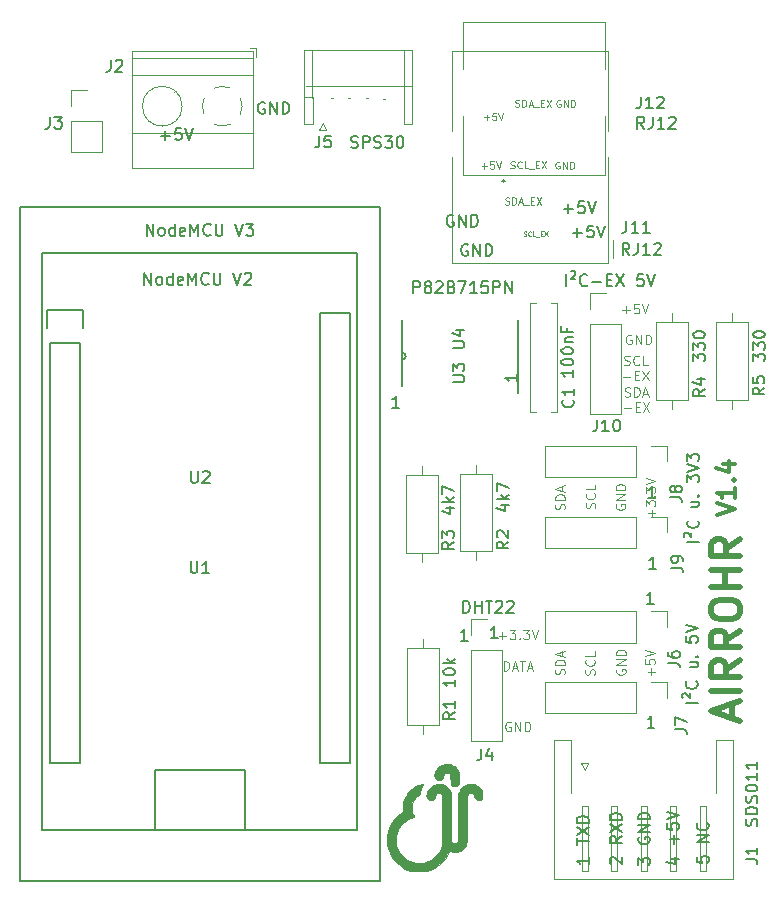
<source format=gbr>
G04 #@! TF.GenerationSoftware,KiCad,Pcbnew,(5.1.5)-3*
G04 #@! TF.CreationDate,2020-09-19T15:15:15+02:00*
G04 #@! TF.ProjectId,Airrohr_pcb,41697272-6f68-4725-9f70-63622e6b6963,rev?*
G04 #@! TF.SameCoordinates,Original*
G04 #@! TF.FileFunction,Legend,Top*
G04 #@! TF.FilePolarity,Positive*
%FSLAX46Y46*%
G04 Gerber Fmt 4.6, Leading zero omitted, Abs format (unit mm)*
G04 Created by KiCad (PCBNEW (5.1.5)-3) date 2020-09-19 15:15:15*
%MOMM*%
%LPD*%
G04 APERTURE LIST*
%ADD10C,0.100000*%
%ADD11C,0.150000*%
%ADD12C,0.080000*%
%ADD13C,0.300000*%
%ADD14C,0.500000*%
%ADD15C,0.010000*%
%ADD16C,0.200000*%
%ADD17C,0.120000*%
%ADD18C,0.152400*%
G04 APERTURE END LIST*
D10*
X185411260Y-70867224D02*
X185411260Y-70067224D01*
X185601736Y-70067224D01*
X185716021Y-70105320D01*
X185792212Y-70181510D01*
X185830307Y-70257700D01*
X185868402Y-70410081D01*
X185868402Y-70524367D01*
X185830307Y-70676748D01*
X185792212Y-70752939D01*
X185716021Y-70829129D01*
X185601736Y-70867224D01*
X185411260Y-70867224D01*
X186173164Y-70638653D02*
X186554117Y-70638653D01*
X186096974Y-70867224D02*
X186363640Y-70067224D01*
X186630307Y-70867224D01*
X186782688Y-70067224D02*
X187239831Y-70067224D01*
X187011260Y-70867224D02*
X187011260Y-70067224D01*
X187468402Y-70638653D02*
X187849355Y-70638653D01*
X187392212Y-70867224D02*
X187658879Y-70067224D01*
X187925545Y-70867224D01*
X186001736Y-75243740D02*
X185925545Y-75205644D01*
X185811260Y-75205644D01*
X185696974Y-75243740D01*
X185620783Y-75319930D01*
X185582688Y-75396120D01*
X185544593Y-75548501D01*
X185544593Y-75662787D01*
X185582688Y-75815168D01*
X185620783Y-75891359D01*
X185696974Y-75967549D01*
X185811260Y-76005644D01*
X185887450Y-76005644D01*
X186001736Y-75967549D01*
X186039831Y-75929454D01*
X186039831Y-75662787D01*
X185887450Y-75662787D01*
X186382688Y-76005644D02*
X186382688Y-75205644D01*
X186839831Y-76005644D01*
X186839831Y-75205644D01*
X187220783Y-76005644D02*
X187220783Y-75205644D01*
X187411260Y-75205644D01*
X187525545Y-75243740D01*
X187601736Y-75319930D01*
X187639831Y-75396120D01*
X187677926Y-75548501D01*
X187677926Y-75662787D01*
X187639831Y-75815168D01*
X187601736Y-75891359D01*
X187525545Y-75967549D01*
X187411260Y-76005644D01*
X187220783Y-76005644D01*
X185011260Y-67915782D02*
X185620783Y-67915782D01*
X185316021Y-68220544D02*
X185316021Y-67611020D01*
X185925545Y-67420544D02*
X186420783Y-67420544D01*
X186154117Y-67725306D01*
X186268402Y-67725306D01*
X186344593Y-67763401D01*
X186382688Y-67801497D01*
X186420783Y-67877687D01*
X186420783Y-68068163D01*
X186382688Y-68144354D01*
X186344593Y-68182449D01*
X186268402Y-68220544D01*
X186039831Y-68220544D01*
X185963640Y-68182449D01*
X185925545Y-68144354D01*
X186763640Y-68144354D02*
X186801736Y-68182449D01*
X186763640Y-68220544D01*
X186725545Y-68182449D01*
X186763640Y-68144354D01*
X186763640Y-68220544D01*
X187068402Y-67420544D02*
X187563640Y-67420544D01*
X187296974Y-67725306D01*
X187411260Y-67725306D01*
X187487450Y-67763401D01*
X187525545Y-67801497D01*
X187563640Y-67877687D01*
X187563640Y-68068163D01*
X187525545Y-68144354D01*
X187487450Y-68182449D01*
X187411260Y-68220544D01*
X187182688Y-68220544D01*
X187106498Y-68182449D01*
X187068402Y-68144354D01*
X187792212Y-67420544D02*
X188058879Y-68220544D01*
X188325545Y-67420544D01*
D11*
X198179654Y-75694800D02*
X197608225Y-75694800D01*
X197893940Y-75694800D02*
X197893940Y-74694800D01*
X197798701Y-74837658D01*
X197703463Y-74932896D01*
X197608225Y-74980515D01*
D10*
X197918062Y-71282431D02*
X197918062Y-70672907D01*
X198222824Y-70977669D02*
X197613300Y-70977669D01*
X197422824Y-69911002D02*
X197422824Y-70291955D01*
X197803777Y-70330050D01*
X197765681Y-70291955D01*
X197727586Y-70215764D01*
X197727586Y-70025288D01*
X197765681Y-69949098D01*
X197803777Y-69911002D01*
X197879967Y-69872907D01*
X198070443Y-69872907D01*
X198146634Y-69911002D01*
X198184729Y-69949098D01*
X198222824Y-70025288D01*
X198222824Y-70215764D01*
X198184729Y-70291955D01*
X198146634Y-70330050D01*
X197422824Y-69644336D02*
X198222824Y-69377669D01*
X197422824Y-69111002D01*
X194986960Y-70764323D02*
X194948864Y-70840514D01*
X194948864Y-70954800D01*
X194986960Y-71069085D01*
X195063150Y-71145276D01*
X195139340Y-71183371D01*
X195291721Y-71221466D01*
X195406007Y-71221466D01*
X195558388Y-71183371D01*
X195634579Y-71145276D01*
X195710769Y-71069085D01*
X195748864Y-70954800D01*
X195748864Y-70878609D01*
X195710769Y-70764323D01*
X195672674Y-70726228D01*
X195406007Y-70726228D01*
X195406007Y-70878609D01*
X195748864Y-70383371D02*
X194948864Y-70383371D01*
X195748864Y-69926228D01*
X194948864Y-69926228D01*
X195748864Y-69545276D02*
X194948864Y-69545276D01*
X194948864Y-69354800D01*
X194986960Y-69240514D01*
X195063150Y-69164323D01*
X195139340Y-69126228D01*
X195291721Y-69088133D01*
X195406007Y-69088133D01*
X195558388Y-69126228D01*
X195634579Y-69164323D01*
X195710769Y-69240514D01*
X195748864Y-69354800D01*
X195748864Y-69545276D01*
X193104729Y-71206240D02*
X193142824Y-71091955D01*
X193142824Y-70901479D01*
X193104729Y-70825288D01*
X193066634Y-70787193D01*
X192990443Y-70749098D01*
X192914253Y-70749098D01*
X192838062Y-70787193D01*
X192799967Y-70825288D01*
X192761872Y-70901479D01*
X192723777Y-71053860D01*
X192685681Y-71130050D01*
X192647586Y-71168145D01*
X192571396Y-71206240D01*
X192495205Y-71206240D01*
X192419015Y-71168145D01*
X192380920Y-71130050D01*
X192342824Y-71053860D01*
X192342824Y-70863383D01*
X192380920Y-70749098D01*
X193066634Y-69949098D02*
X193104729Y-69987193D01*
X193142824Y-70101479D01*
X193142824Y-70177669D01*
X193104729Y-70291955D01*
X193028539Y-70368145D01*
X192952348Y-70406240D01*
X192799967Y-70444336D01*
X192685681Y-70444336D01*
X192533300Y-70406240D01*
X192457110Y-70368145D01*
X192380920Y-70291955D01*
X192342824Y-70177669D01*
X192342824Y-70101479D01*
X192380920Y-69987193D01*
X192419015Y-69949098D01*
X193142824Y-69225288D02*
X193142824Y-69606240D01*
X192342824Y-69606240D01*
X190564729Y-71192268D02*
X190602824Y-71077982D01*
X190602824Y-70887506D01*
X190564729Y-70811316D01*
X190526634Y-70773220D01*
X190450443Y-70735125D01*
X190374253Y-70735125D01*
X190298062Y-70773220D01*
X190259967Y-70811316D01*
X190221872Y-70887506D01*
X190183777Y-71039887D01*
X190145681Y-71116078D01*
X190107586Y-71154173D01*
X190031396Y-71192268D01*
X189955205Y-71192268D01*
X189879015Y-71154173D01*
X189840920Y-71116078D01*
X189802824Y-71039887D01*
X189802824Y-70849411D01*
X189840920Y-70735125D01*
X190602824Y-70392268D02*
X189802824Y-70392268D01*
X189802824Y-70201792D01*
X189840920Y-70087506D01*
X189917110Y-70011316D01*
X189993300Y-69973220D01*
X190145681Y-69935125D01*
X190259967Y-69935125D01*
X190412348Y-69973220D01*
X190488539Y-70011316D01*
X190564729Y-70087506D01*
X190602824Y-70201792D01*
X190602824Y-70392268D01*
X190374253Y-69630363D02*
X190374253Y-69249411D01*
X190602824Y-69706554D02*
X189802824Y-69439887D01*
X190602824Y-69173220D01*
X190564729Y-57219728D02*
X190602824Y-57105442D01*
X190602824Y-56914966D01*
X190564729Y-56838776D01*
X190526634Y-56800680D01*
X190450443Y-56762585D01*
X190374253Y-56762585D01*
X190298062Y-56800680D01*
X190259967Y-56838776D01*
X190221872Y-56914966D01*
X190183777Y-57067347D01*
X190145681Y-57143538D01*
X190107586Y-57181633D01*
X190031396Y-57219728D01*
X189955205Y-57219728D01*
X189879015Y-57181633D01*
X189840920Y-57143538D01*
X189802824Y-57067347D01*
X189802824Y-56876871D01*
X189840920Y-56762585D01*
X190602824Y-56419728D02*
X189802824Y-56419728D01*
X189802824Y-56229252D01*
X189840920Y-56114966D01*
X189917110Y-56038776D01*
X189993300Y-56000680D01*
X190145681Y-55962585D01*
X190259967Y-55962585D01*
X190412348Y-56000680D01*
X190488539Y-56038776D01*
X190564729Y-56114966D01*
X190602824Y-56229252D01*
X190602824Y-56419728D01*
X190374253Y-55657823D02*
X190374253Y-55276871D01*
X190602824Y-55734014D02*
X189802824Y-55467347D01*
X190602824Y-55200680D01*
X193137749Y-57129560D02*
X193175844Y-57015275D01*
X193175844Y-56824799D01*
X193137749Y-56748608D01*
X193099654Y-56710513D01*
X193023463Y-56672418D01*
X192947273Y-56672418D01*
X192871082Y-56710513D01*
X192832987Y-56748608D01*
X192794892Y-56824799D01*
X192756797Y-56977180D01*
X192718701Y-57053370D01*
X192680606Y-57091465D01*
X192604416Y-57129560D01*
X192528225Y-57129560D01*
X192452035Y-57091465D01*
X192413940Y-57053370D01*
X192375844Y-56977180D01*
X192375844Y-56786703D01*
X192413940Y-56672418D01*
X193099654Y-55872418D02*
X193137749Y-55910513D01*
X193175844Y-56024799D01*
X193175844Y-56100989D01*
X193137749Y-56215275D01*
X193061559Y-56291465D01*
X192985368Y-56329560D01*
X192832987Y-56367656D01*
X192718701Y-56367656D01*
X192566320Y-56329560D01*
X192490130Y-56291465D01*
X192413940Y-56215275D01*
X192375844Y-56100989D01*
X192375844Y-56024799D01*
X192413940Y-55910513D01*
X192452035Y-55872418D01*
X193175844Y-55148608D02*
X193175844Y-55529560D01*
X192375844Y-55529560D01*
X194953940Y-56786703D02*
X194915844Y-56862894D01*
X194915844Y-56977180D01*
X194953940Y-57091465D01*
X195030130Y-57167656D01*
X195106320Y-57205751D01*
X195258701Y-57243846D01*
X195372987Y-57243846D01*
X195525368Y-57205751D01*
X195601559Y-57167656D01*
X195677749Y-57091465D01*
X195715844Y-56977180D01*
X195715844Y-56900989D01*
X195677749Y-56786703D01*
X195639654Y-56748608D01*
X195372987Y-56748608D01*
X195372987Y-56900989D01*
X195715844Y-56405751D02*
X194915844Y-56405751D01*
X195715844Y-55948608D01*
X194915844Y-55948608D01*
X195715844Y-55567656D02*
X194915844Y-55567656D01*
X194915844Y-55377180D01*
X194953940Y-55262894D01*
X195030130Y-55186703D01*
X195106320Y-55148608D01*
X195258701Y-55110513D01*
X195372987Y-55110513D01*
X195525368Y-55148608D01*
X195601559Y-55186703D01*
X195677749Y-55262894D01*
X195715844Y-55377180D01*
X195715844Y-55567656D01*
X197951082Y-57876240D02*
X197951082Y-57266716D01*
X198255844Y-57571478D02*
X197646320Y-57571478D01*
X197455844Y-56961954D02*
X197455844Y-56466716D01*
X197760606Y-56733382D01*
X197760606Y-56619097D01*
X197798701Y-56542906D01*
X197836797Y-56504811D01*
X197912987Y-56466716D01*
X198103463Y-56466716D01*
X198179654Y-56504811D01*
X198217749Y-56542906D01*
X198255844Y-56619097D01*
X198255844Y-56847668D01*
X198217749Y-56923859D01*
X198179654Y-56961954D01*
X198179654Y-56123859D02*
X198217749Y-56085763D01*
X198255844Y-56123859D01*
X198217749Y-56161954D01*
X198179654Y-56123859D01*
X198255844Y-56123859D01*
X197455844Y-55819097D02*
X197455844Y-55323859D01*
X197760606Y-55590525D01*
X197760606Y-55476240D01*
X197798701Y-55400049D01*
X197836797Y-55361954D01*
X197912987Y-55323859D01*
X198103463Y-55323859D01*
X198179654Y-55361954D01*
X198217749Y-55400049D01*
X198255844Y-55476240D01*
X198255844Y-55704811D01*
X198217749Y-55781001D01*
X198179654Y-55819097D01*
X197455844Y-55095287D02*
X198255844Y-54828620D01*
X197455844Y-54561954D01*
X195667751Y-47634089D02*
X195782037Y-47672184D01*
X195972513Y-47672184D01*
X196048703Y-47634089D01*
X196086799Y-47595994D01*
X196124894Y-47519803D01*
X196124894Y-47443613D01*
X196086799Y-47367422D01*
X196048703Y-47329327D01*
X195972513Y-47291232D01*
X195820132Y-47253137D01*
X195743941Y-47215041D01*
X195705846Y-47176946D01*
X195667751Y-47100756D01*
X195667751Y-47024565D01*
X195705846Y-46948375D01*
X195743941Y-46910280D01*
X195820132Y-46872184D01*
X196010608Y-46872184D01*
X196124894Y-46910280D01*
X196467751Y-47672184D02*
X196467751Y-46872184D01*
X196658227Y-46872184D01*
X196772513Y-46910280D01*
X196848703Y-46986470D01*
X196886799Y-47062660D01*
X196924894Y-47215041D01*
X196924894Y-47329327D01*
X196886799Y-47481708D01*
X196848703Y-47557899D01*
X196772513Y-47634089D01*
X196658227Y-47672184D01*
X196467751Y-47672184D01*
X197229656Y-47443613D02*
X197610608Y-47443613D01*
X197153465Y-47672184D02*
X197420132Y-46872184D01*
X197686799Y-47672184D01*
X195591560Y-48667422D02*
X196201084Y-48667422D01*
X196582037Y-48553137D02*
X196848703Y-48553137D01*
X196962989Y-48972184D02*
X196582037Y-48972184D01*
X196582037Y-48172184D01*
X196962989Y-48172184D01*
X197229656Y-48172184D02*
X197762989Y-48972184D01*
X197762989Y-48172184D02*
X197229656Y-48972184D01*
X195620759Y-44964549D02*
X195735044Y-45002644D01*
X195925520Y-45002644D01*
X196001711Y-44964549D01*
X196039806Y-44926454D01*
X196077901Y-44850263D01*
X196077901Y-44774073D01*
X196039806Y-44697882D01*
X196001711Y-44659787D01*
X195925520Y-44621692D01*
X195773140Y-44583597D01*
X195696949Y-44545501D01*
X195658854Y-44507406D01*
X195620759Y-44431216D01*
X195620759Y-44355025D01*
X195658854Y-44278835D01*
X195696949Y-44240740D01*
X195773140Y-44202644D01*
X195963616Y-44202644D01*
X196077901Y-44240740D01*
X196877901Y-44926454D02*
X196839806Y-44964549D01*
X196725520Y-45002644D01*
X196649330Y-45002644D01*
X196535044Y-44964549D01*
X196458854Y-44888359D01*
X196420759Y-44812168D01*
X196382663Y-44659787D01*
X196382663Y-44545501D01*
X196420759Y-44393120D01*
X196458854Y-44316930D01*
X196535044Y-44240740D01*
X196649330Y-44202644D01*
X196725520Y-44202644D01*
X196839806Y-44240740D01*
X196877901Y-44278835D01*
X197601711Y-45002644D02*
X197220759Y-45002644D01*
X197220759Y-44202644D01*
X195525520Y-45997882D02*
X196135044Y-45997882D01*
X196515997Y-45883597D02*
X196782663Y-45883597D01*
X196896949Y-46302644D02*
X196515997Y-46302644D01*
X196515997Y-45502644D01*
X196896949Y-45502644D01*
X197163616Y-45502644D02*
X197696949Y-46302644D01*
X197696949Y-45502644D02*
X197163616Y-46302644D01*
X196227776Y-42480280D02*
X196151585Y-42442184D01*
X196037300Y-42442184D01*
X195923014Y-42480280D01*
X195846823Y-42556470D01*
X195808728Y-42632660D01*
X195770633Y-42785041D01*
X195770633Y-42899327D01*
X195808728Y-43051708D01*
X195846823Y-43127899D01*
X195923014Y-43204089D01*
X196037300Y-43242184D01*
X196113490Y-43242184D01*
X196227776Y-43204089D01*
X196265871Y-43165994D01*
X196265871Y-42899327D01*
X196113490Y-42899327D01*
X196608728Y-43242184D02*
X196608728Y-42442184D01*
X197065871Y-43242184D01*
X197065871Y-42442184D01*
X197446823Y-43242184D02*
X197446823Y-42442184D01*
X197637300Y-42442184D01*
X197751585Y-42480280D01*
X197827776Y-42556470D01*
X197865871Y-42632660D01*
X197903966Y-42785041D01*
X197903966Y-42899327D01*
X197865871Y-43051708D01*
X197827776Y-43127899D01*
X197751585Y-43204089D01*
X197637300Y-43242184D01*
X197446823Y-43242184D01*
X195478528Y-40333922D02*
X196088052Y-40333922D01*
X195783290Y-40638684D02*
X195783290Y-40029160D01*
X196849957Y-39838684D02*
X196469004Y-39838684D01*
X196430909Y-40219637D01*
X196469004Y-40181541D01*
X196545195Y-40143446D01*
X196735671Y-40143446D01*
X196811861Y-40181541D01*
X196849957Y-40219637D01*
X196888052Y-40295827D01*
X196888052Y-40486303D01*
X196849957Y-40562494D01*
X196811861Y-40600589D01*
X196735671Y-40638684D01*
X196545195Y-40638684D01*
X196469004Y-40600589D01*
X196430909Y-40562494D01*
X197116623Y-39838684D02*
X197383290Y-40638684D01*
X197649957Y-39838684D01*
X185997720Y-28320017D02*
X186083434Y-28348588D01*
X186226291Y-28348588D01*
X186283434Y-28320017D01*
X186312005Y-28291445D01*
X186340577Y-28234302D01*
X186340577Y-28177160D01*
X186312005Y-28120017D01*
X186283434Y-28091445D01*
X186226291Y-28062874D01*
X186112005Y-28034302D01*
X186054862Y-28005731D01*
X186026291Y-27977160D01*
X185997720Y-27920017D01*
X185997720Y-27862874D01*
X186026291Y-27805731D01*
X186054862Y-27777160D01*
X186112005Y-27748588D01*
X186254862Y-27748588D01*
X186340577Y-27777160D01*
X186940577Y-28291445D02*
X186912005Y-28320017D01*
X186826291Y-28348588D01*
X186769148Y-28348588D01*
X186683434Y-28320017D01*
X186626291Y-28262874D01*
X186597720Y-28205731D01*
X186569148Y-28091445D01*
X186569148Y-28005731D01*
X186597720Y-27891445D01*
X186626291Y-27834302D01*
X186683434Y-27777160D01*
X186769148Y-27748588D01*
X186826291Y-27748588D01*
X186912005Y-27777160D01*
X186940577Y-27805731D01*
X187483434Y-28348588D02*
X187197720Y-28348588D01*
X187197720Y-27748588D01*
X187540577Y-28405731D02*
X187997720Y-28405731D01*
X188140577Y-28034302D02*
X188340577Y-28034302D01*
X188426291Y-28348588D02*
X188140577Y-28348588D01*
X188140577Y-27748588D01*
X188426291Y-27748588D01*
X188626291Y-27748588D02*
X189026291Y-28348588D01*
X189026291Y-27748588D02*
X188626291Y-28348588D01*
X186410154Y-23102857D02*
X186495868Y-23131428D01*
X186638725Y-23131428D01*
X186695868Y-23102857D01*
X186724440Y-23074285D01*
X186753011Y-23017142D01*
X186753011Y-22960000D01*
X186724440Y-22902857D01*
X186695868Y-22874285D01*
X186638725Y-22845714D01*
X186524440Y-22817142D01*
X186467297Y-22788571D01*
X186438725Y-22760000D01*
X186410154Y-22702857D01*
X186410154Y-22645714D01*
X186438725Y-22588571D01*
X186467297Y-22560000D01*
X186524440Y-22531428D01*
X186667297Y-22531428D01*
X186753011Y-22560000D01*
X187010154Y-23131428D02*
X187010154Y-22531428D01*
X187153011Y-22531428D01*
X187238725Y-22560000D01*
X187295868Y-22617142D01*
X187324440Y-22674285D01*
X187353011Y-22788571D01*
X187353011Y-22874285D01*
X187324440Y-22988571D01*
X187295868Y-23045714D01*
X187238725Y-23102857D01*
X187153011Y-23131428D01*
X187010154Y-23131428D01*
X187581582Y-22960000D02*
X187867297Y-22960000D01*
X187524440Y-23131428D02*
X187724440Y-22531428D01*
X187924440Y-23131428D01*
X187981582Y-23188571D02*
X188438725Y-23188571D01*
X188581582Y-22817142D02*
X188781582Y-22817142D01*
X188867297Y-23131428D02*
X188581582Y-23131428D01*
X188581582Y-22531428D01*
X188867297Y-22531428D01*
X189067297Y-22531428D02*
X189467297Y-23131428D01*
X189467297Y-22531428D02*
X189067297Y-23131428D01*
X183561451Y-28140337D02*
X184018594Y-28140337D01*
X183790022Y-28368908D02*
X183790022Y-27911765D01*
X184590022Y-27768908D02*
X184304308Y-27768908D01*
X184275737Y-28054622D01*
X184304308Y-28026051D01*
X184361451Y-27997480D01*
X184504308Y-27997480D01*
X184561451Y-28026051D01*
X184590022Y-28054622D01*
X184618594Y-28111765D01*
X184618594Y-28254622D01*
X184590022Y-28311765D01*
X184561451Y-28340337D01*
X184504308Y-28368908D01*
X184361451Y-28368908D01*
X184304308Y-28340337D01*
X184275737Y-28311765D01*
X184790022Y-27768908D02*
X184990022Y-28368908D01*
X185190022Y-27768908D01*
X183744331Y-24038237D02*
X184201474Y-24038237D01*
X183972902Y-24266808D02*
X183972902Y-23809665D01*
X184772902Y-23666808D02*
X184487188Y-23666808D01*
X184458617Y-23952522D01*
X184487188Y-23923951D01*
X184544331Y-23895380D01*
X184687188Y-23895380D01*
X184744331Y-23923951D01*
X184772902Y-23952522D01*
X184801474Y-24009665D01*
X184801474Y-24152522D01*
X184772902Y-24209665D01*
X184744331Y-24238237D01*
X184687188Y-24266808D01*
X184544331Y-24266808D01*
X184487188Y-24238237D01*
X184458617Y-24209665D01*
X184972902Y-23666808D02*
X185172902Y-24266808D01*
X185372902Y-23666808D01*
X190207957Y-22580320D02*
X190150814Y-22551748D01*
X190065100Y-22551748D01*
X189979385Y-22580320D01*
X189922242Y-22637462D01*
X189893671Y-22694605D01*
X189865100Y-22808891D01*
X189865100Y-22894605D01*
X189893671Y-23008891D01*
X189922242Y-23066034D01*
X189979385Y-23123177D01*
X190065100Y-23151748D01*
X190122242Y-23151748D01*
X190207957Y-23123177D01*
X190236528Y-23094605D01*
X190236528Y-22894605D01*
X190122242Y-22894605D01*
X190493671Y-23151748D02*
X190493671Y-22551748D01*
X190836528Y-23151748D01*
X190836528Y-22551748D01*
X191122242Y-23151748D02*
X191122242Y-22551748D01*
X191265100Y-22551748D01*
X191350814Y-22580320D01*
X191407957Y-22637462D01*
X191436528Y-22694605D01*
X191465100Y-22808891D01*
X191465100Y-22894605D01*
X191436528Y-23008891D01*
X191407957Y-23066034D01*
X191350814Y-23123177D01*
X191265100Y-23151748D01*
X191122242Y-23151748D01*
X190146997Y-27817800D02*
X190089854Y-27789228D01*
X190004140Y-27789228D01*
X189918425Y-27817800D01*
X189861282Y-27874942D01*
X189832711Y-27932085D01*
X189804140Y-28046371D01*
X189804140Y-28132085D01*
X189832711Y-28246371D01*
X189861282Y-28303514D01*
X189918425Y-28360657D01*
X190004140Y-28389228D01*
X190061282Y-28389228D01*
X190146997Y-28360657D01*
X190175568Y-28332085D01*
X190175568Y-28132085D01*
X190061282Y-28132085D01*
X190432711Y-28389228D02*
X190432711Y-27789228D01*
X190775568Y-28389228D01*
X190775568Y-27789228D01*
X191061282Y-28389228D02*
X191061282Y-27789228D01*
X191204140Y-27789228D01*
X191289854Y-27817800D01*
X191346997Y-27874942D01*
X191375568Y-27932085D01*
X191404140Y-28046371D01*
X191404140Y-28132085D01*
X191375568Y-28246371D01*
X191346997Y-28303514D01*
X191289854Y-28360657D01*
X191204140Y-28389228D01*
X191061282Y-28389228D01*
D12*
X187117480Y-34073444D02*
X187174622Y-34092492D01*
X187269860Y-34092492D01*
X187307956Y-34073444D01*
X187327003Y-34054397D01*
X187346051Y-34016301D01*
X187346051Y-33978206D01*
X187327003Y-33940111D01*
X187307956Y-33921063D01*
X187269860Y-33902016D01*
X187193670Y-33882968D01*
X187155575Y-33863920D01*
X187136527Y-33844873D01*
X187117480Y-33806778D01*
X187117480Y-33768682D01*
X187136527Y-33730587D01*
X187155575Y-33711540D01*
X187193670Y-33692492D01*
X187288908Y-33692492D01*
X187346051Y-33711540D01*
X187746051Y-34054397D02*
X187727003Y-34073444D01*
X187669860Y-34092492D01*
X187631765Y-34092492D01*
X187574622Y-34073444D01*
X187536527Y-34035349D01*
X187517480Y-33997254D01*
X187498432Y-33921063D01*
X187498432Y-33863920D01*
X187517480Y-33787730D01*
X187536527Y-33749635D01*
X187574622Y-33711540D01*
X187631765Y-33692492D01*
X187669860Y-33692492D01*
X187727003Y-33711540D01*
X187746051Y-33730587D01*
X188107956Y-34092492D02*
X187917480Y-34092492D01*
X187917480Y-33692492D01*
X188146051Y-34130587D02*
X188450813Y-34130587D01*
X188546051Y-33882968D02*
X188679384Y-33882968D01*
X188736527Y-34092492D02*
X188546051Y-34092492D01*
X188546051Y-33692492D01*
X188736527Y-33692492D01*
X188869860Y-33692492D02*
X189136527Y-34092492D01*
X189136527Y-33692492D02*
X188869860Y-34092492D01*
D10*
X185549094Y-31383257D02*
X185634808Y-31411828D01*
X185777665Y-31411828D01*
X185834808Y-31383257D01*
X185863380Y-31354685D01*
X185891951Y-31297542D01*
X185891951Y-31240400D01*
X185863380Y-31183257D01*
X185834808Y-31154685D01*
X185777665Y-31126114D01*
X185663380Y-31097542D01*
X185606237Y-31068971D01*
X185577665Y-31040400D01*
X185549094Y-30983257D01*
X185549094Y-30926114D01*
X185577665Y-30868971D01*
X185606237Y-30840400D01*
X185663380Y-30811828D01*
X185806237Y-30811828D01*
X185891951Y-30840400D01*
X186149094Y-31411828D02*
X186149094Y-30811828D01*
X186291951Y-30811828D01*
X186377665Y-30840400D01*
X186434808Y-30897542D01*
X186463380Y-30954685D01*
X186491951Y-31068971D01*
X186491951Y-31154685D01*
X186463380Y-31268971D01*
X186434808Y-31326114D01*
X186377665Y-31383257D01*
X186291951Y-31411828D01*
X186149094Y-31411828D01*
X186720522Y-31240400D02*
X187006237Y-31240400D01*
X186663380Y-31411828D02*
X186863380Y-30811828D01*
X187063380Y-31411828D01*
X187120522Y-31468971D02*
X187577665Y-31468971D01*
X187720522Y-31097542D02*
X187920522Y-31097542D01*
X188006237Y-31411828D02*
X187720522Y-31411828D01*
X187720522Y-30811828D01*
X188006237Y-30811828D01*
X188206237Y-30811828D02*
X188606237Y-31411828D01*
X188606237Y-30811828D02*
X188206237Y-31411828D01*
D11*
X191284385Y-33817868D02*
X192046290Y-33817868D01*
X191665338Y-34198820D02*
X191665338Y-33436916D01*
X192998671Y-33198820D02*
X192522480Y-33198820D01*
X192474861Y-33675011D01*
X192522480Y-33627392D01*
X192617719Y-33579773D01*
X192855814Y-33579773D01*
X192951052Y-33627392D01*
X192998671Y-33675011D01*
X193046290Y-33770249D01*
X193046290Y-34008344D01*
X192998671Y-34103582D01*
X192951052Y-34151201D01*
X192855814Y-34198820D01*
X192617719Y-34198820D01*
X192522480Y-34151201D01*
X192474861Y-34103582D01*
X193332004Y-33198820D02*
X193665338Y-34198820D01*
X193998671Y-33198820D01*
X190527465Y-31770628D02*
X191289370Y-31770628D01*
X190908418Y-32151580D02*
X190908418Y-31389676D01*
X192241751Y-31151580D02*
X191765560Y-31151580D01*
X191717941Y-31627771D01*
X191765560Y-31580152D01*
X191860799Y-31532533D01*
X192098894Y-31532533D01*
X192194132Y-31580152D01*
X192241751Y-31627771D01*
X192289370Y-31723009D01*
X192289370Y-31961104D01*
X192241751Y-32056342D01*
X192194132Y-32103961D01*
X192098894Y-32151580D01*
X191860799Y-32151580D01*
X191765560Y-32103961D01*
X191717941Y-32056342D01*
X192575084Y-31151580D02*
X192908418Y-32151580D01*
X193241751Y-31151580D01*
X182374635Y-34803460D02*
X182279397Y-34755840D01*
X182136540Y-34755840D01*
X181993682Y-34803460D01*
X181898444Y-34898698D01*
X181850825Y-34993936D01*
X181803206Y-35184412D01*
X181803206Y-35327269D01*
X181850825Y-35517745D01*
X181898444Y-35612983D01*
X181993682Y-35708221D01*
X182136540Y-35755840D01*
X182231778Y-35755840D01*
X182374635Y-35708221D01*
X182422254Y-35660602D01*
X182422254Y-35327269D01*
X182231778Y-35327269D01*
X182850825Y-35755840D02*
X182850825Y-34755840D01*
X183422254Y-35755840D01*
X183422254Y-34755840D01*
X183898444Y-35755840D02*
X183898444Y-34755840D01*
X184136540Y-34755840D01*
X184279397Y-34803460D01*
X184374635Y-34898698D01*
X184422254Y-34993936D01*
X184469873Y-35184412D01*
X184469873Y-35327269D01*
X184422254Y-35517745D01*
X184374635Y-35612983D01*
X184279397Y-35708221D01*
X184136540Y-35755840D01*
X183898444Y-35755840D01*
X181155435Y-32329500D02*
X181060197Y-32281880D01*
X180917340Y-32281880D01*
X180774482Y-32329500D01*
X180679244Y-32424738D01*
X180631625Y-32519976D01*
X180584006Y-32710452D01*
X180584006Y-32853309D01*
X180631625Y-33043785D01*
X180679244Y-33139023D01*
X180774482Y-33234261D01*
X180917340Y-33281880D01*
X181012578Y-33281880D01*
X181155435Y-33234261D01*
X181203054Y-33186642D01*
X181203054Y-32853309D01*
X181012578Y-32853309D01*
X181631625Y-33281880D02*
X181631625Y-32281880D01*
X182203054Y-33281880D01*
X182203054Y-32281880D01*
X182679244Y-33281880D02*
X182679244Y-32281880D01*
X182917340Y-32281880D01*
X183060197Y-32329500D01*
X183155435Y-32424738D01*
X183203054Y-32519976D01*
X183250673Y-32710452D01*
X183250673Y-32853309D01*
X183203054Y-33043785D01*
X183155435Y-33139023D01*
X183060197Y-33234261D01*
X182917340Y-33281880D01*
X182679244Y-33281880D01*
X196064950Y-35679640D02*
X195731617Y-35203450D01*
X195493521Y-35679640D02*
X195493521Y-34679640D01*
X195874474Y-34679640D01*
X195969712Y-34727260D01*
X196017331Y-34774879D01*
X196064950Y-34870117D01*
X196064950Y-35012974D01*
X196017331Y-35108212D01*
X195969712Y-35155831D01*
X195874474Y-35203450D01*
X195493521Y-35203450D01*
X196779236Y-34679640D02*
X196779236Y-35393926D01*
X196731617Y-35536783D01*
X196636379Y-35632021D01*
X196493521Y-35679640D01*
X196398283Y-35679640D01*
X197779236Y-35679640D02*
X197207807Y-35679640D01*
X197493521Y-35679640D02*
X197493521Y-34679640D01*
X197398283Y-34822498D01*
X197303045Y-34917736D01*
X197207807Y-34965355D01*
X198160188Y-34774879D02*
X198207807Y-34727260D01*
X198303045Y-34679640D01*
X198541140Y-34679640D01*
X198636379Y-34727260D01*
X198683998Y-34774879D01*
X198731617Y-34870117D01*
X198731617Y-34965355D01*
X198683998Y-35108212D01*
X198112569Y-35679640D01*
X198731617Y-35679640D01*
X182378314Y-68344040D02*
X181806885Y-68344040D01*
X182092600Y-68344040D02*
X182092600Y-67344040D01*
X181997361Y-67486898D01*
X181902123Y-67582136D01*
X181806885Y-67629755D01*
X201841360Y-73593555D02*
X200841360Y-73593555D01*
X200603265Y-73164983D02*
X200555646Y-73069745D01*
X200555646Y-72926888D01*
X200603265Y-72831650D01*
X200698503Y-72784031D01*
X200793741Y-72784031D01*
X200888980Y-72831650D01*
X201222313Y-73164983D01*
X201222313Y-72784031D01*
X201746122Y-71784031D02*
X201793741Y-71831650D01*
X201841360Y-71974507D01*
X201841360Y-72069745D01*
X201793741Y-72212602D01*
X201698503Y-72307840D01*
X201603265Y-72355460D01*
X201412789Y-72403079D01*
X201269932Y-72403079D01*
X201079456Y-72355460D01*
X200984218Y-72307840D01*
X200888980Y-72212602D01*
X200841360Y-72069745D01*
X200841360Y-71974507D01*
X200888980Y-71831650D01*
X200936599Y-71784031D01*
X201174694Y-70164983D02*
X201841360Y-70164983D01*
X201174694Y-70593555D02*
X201698503Y-70593555D01*
X201793741Y-70545936D01*
X201841360Y-70450698D01*
X201841360Y-70307840D01*
X201793741Y-70212602D01*
X201746122Y-70164983D01*
X201746122Y-69688793D02*
X201793741Y-69641174D01*
X201841360Y-69688793D01*
X201793741Y-69736412D01*
X201746122Y-69688793D01*
X201841360Y-69688793D01*
X200841360Y-67974507D02*
X200841360Y-68450698D01*
X201317551Y-68498317D01*
X201269932Y-68450698D01*
X201222313Y-68355460D01*
X201222313Y-68117364D01*
X201269932Y-68022126D01*
X201317551Y-67974507D01*
X201412789Y-67926888D01*
X201650884Y-67926888D01*
X201746122Y-67974507D01*
X201793741Y-68022126D01*
X201841360Y-68117364D01*
X201841360Y-68355460D01*
X201793741Y-68450698D01*
X201746122Y-68498317D01*
X200841360Y-67641174D02*
X201841360Y-67307840D01*
X200841360Y-66974507D01*
X198128854Y-65230000D02*
X197557425Y-65230000D01*
X197843140Y-65230000D02*
X197843140Y-64230000D01*
X197747901Y-64372858D01*
X197652663Y-64468096D01*
X197557425Y-64515715D01*
X198245694Y-56273960D02*
X197674265Y-56273960D01*
X197959980Y-56273960D02*
X197959980Y-55273960D01*
X197864741Y-55416818D01*
X197769503Y-55512056D01*
X197674265Y-55559675D01*
X176576954Y-48613320D02*
X176005525Y-48613320D01*
X176291240Y-48613320D02*
X176291240Y-47613320D01*
X176196001Y-47756178D01*
X176100763Y-47851416D01*
X176005525Y-47899035D01*
X201940420Y-59993065D02*
X200940420Y-59993065D01*
X200702325Y-59564494D02*
X200654706Y-59469256D01*
X200654706Y-59326399D01*
X200702325Y-59231160D01*
X200797563Y-59183541D01*
X200892801Y-59183541D01*
X200988040Y-59231160D01*
X201321373Y-59564494D01*
X201321373Y-59183541D01*
X201845182Y-58183541D02*
X201892801Y-58231160D01*
X201940420Y-58374018D01*
X201940420Y-58469256D01*
X201892801Y-58612113D01*
X201797563Y-58707351D01*
X201702325Y-58754970D01*
X201511849Y-58802589D01*
X201368992Y-58802589D01*
X201178516Y-58754970D01*
X201083278Y-58707351D01*
X200988040Y-58612113D01*
X200940420Y-58469256D01*
X200940420Y-58374018D01*
X200988040Y-58231160D01*
X201035659Y-58183541D01*
X201273754Y-56564494D02*
X201940420Y-56564494D01*
X201273754Y-56993065D02*
X201797563Y-56993065D01*
X201892801Y-56945446D01*
X201940420Y-56850208D01*
X201940420Y-56707351D01*
X201892801Y-56612113D01*
X201845182Y-56564494D01*
X201845182Y-56088303D02*
X201892801Y-56040684D01*
X201940420Y-56088303D01*
X201892801Y-56135922D01*
X201845182Y-56088303D01*
X201940420Y-56088303D01*
X200940420Y-54945446D02*
X200940420Y-54326399D01*
X201321373Y-54659732D01*
X201321373Y-54516875D01*
X201368992Y-54421637D01*
X201416611Y-54374018D01*
X201511849Y-54326399D01*
X201749944Y-54326399D01*
X201845182Y-54374018D01*
X201892801Y-54421637D01*
X201940420Y-54516875D01*
X201940420Y-54802589D01*
X201892801Y-54897827D01*
X201845182Y-54945446D01*
X200940420Y-54040684D02*
X201940420Y-53707351D01*
X200940420Y-53374018D01*
X200940420Y-53135922D02*
X200940420Y-52516875D01*
X201321373Y-52850208D01*
X201321373Y-52707351D01*
X201368992Y-52612113D01*
X201416611Y-52564494D01*
X201511849Y-52516875D01*
X201749944Y-52516875D01*
X201845182Y-52564494D01*
X201892801Y-52612113D01*
X201940420Y-52707351D01*
X201940420Y-52993065D01*
X201892801Y-53088303D01*
X201845182Y-53135922D01*
X199556714Y-86804285D02*
X200223380Y-86804285D01*
X199175761Y-87042380D02*
X199890047Y-87280476D01*
X199890047Y-86661428D01*
X199842428Y-85518571D02*
X199842428Y-84756666D01*
X200223380Y-85137619D02*
X199461476Y-85137619D01*
X199223380Y-83804285D02*
X199223380Y-84280476D01*
X199699571Y-84328095D01*
X199651952Y-84280476D01*
X199604333Y-84185238D01*
X199604333Y-83947142D01*
X199651952Y-83851904D01*
X199699571Y-83804285D01*
X199794809Y-83756666D01*
X200032904Y-83756666D01*
X200128142Y-83804285D01*
X200175761Y-83851904D01*
X200223380Y-83947142D01*
X200223380Y-84185238D01*
X200175761Y-84280476D01*
X200128142Y-84328095D01*
X199223380Y-83470952D02*
X200223380Y-83137619D01*
X199223380Y-82804285D01*
D13*
X203508871Y-57660254D02*
X205008871Y-57160254D01*
X203508871Y-56660254D01*
X205008871Y-55374540D02*
X205008871Y-56231682D01*
X205008871Y-55803111D02*
X203508871Y-55803111D01*
X203723157Y-55945968D01*
X203866014Y-56088825D01*
X203937442Y-56231682D01*
X204866014Y-54731682D02*
X204937442Y-54660254D01*
X205008871Y-54731682D01*
X204937442Y-54803111D01*
X204866014Y-54731682D01*
X205008871Y-54731682D01*
X204008871Y-53374540D02*
X205008871Y-53374540D01*
X203437442Y-53731682D02*
X204508871Y-54088825D01*
X204508871Y-53160254D01*
D11*
X184905614Y-68112900D02*
X184334185Y-68112900D01*
X184619900Y-68112900D02*
X184619900Y-67112900D01*
X184524661Y-67255758D01*
X184429423Y-67350996D01*
X184334185Y-67398615D01*
X198314514Y-62250580D02*
X197743085Y-62250580D01*
X198028800Y-62250580D02*
X198028800Y-61250580D01*
X197933561Y-61393438D01*
X197838323Y-61488676D01*
X197743085Y-61536295D01*
D14*
X204746966Y-74869523D02*
X204746966Y-73679047D01*
X205461252Y-75107619D02*
X202961252Y-74274285D01*
X205461252Y-73440952D01*
X205461252Y-72607619D02*
X202961252Y-72607619D01*
X205461252Y-69988571D02*
X204270776Y-70821904D01*
X205461252Y-71417142D02*
X202961252Y-71417142D01*
X202961252Y-70464761D01*
X203080300Y-70226666D01*
X203199347Y-70107619D01*
X203437442Y-69988571D01*
X203794585Y-69988571D01*
X204032680Y-70107619D01*
X204151728Y-70226666D01*
X204270776Y-70464761D01*
X204270776Y-71417142D01*
X205461252Y-67488571D02*
X204270776Y-68321904D01*
X205461252Y-68917142D02*
X202961252Y-68917142D01*
X202961252Y-67964761D01*
X203080300Y-67726666D01*
X203199347Y-67607619D01*
X203437442Y-67488571D01*
X203794585Y-67488571D01*
X204032680Y-67607619D01*
X204151728Y-67726666D01*
X204270776Y-67964761D01*
X204270776Y-68917142D01*
X202961252Y-65940952D02*
X202961252Y-65464761D01*
X203080300Y-65226666D01*
X203318395Y-64988571D01*
X203794585Y-64869523D01*
X204627919Y-64869523D01*
X205104109Y-64988571D01*
X205342204Y-65226666D01*
X205461252Y-65464761D01*
X205461252Y-65940952D01*
X205342204Y-66179047D01*
X205104109Y-66417142D01*
X204627919Y-66536190D01*
X203794585Y-66536190D01*
X203318395Y-66417142D01*
X203080300Y-66179047D01*
X202961252Y-65940952D01*
X205461252Y-63798095D02*
X202961252Y-63798095D01*
X204151728Y-63798095D02*
X204151728Y-62369523D01*
X205461252Y-62369523D02*
X202961252Y-62369523D01*
X205461252Y-59750476D02*
X204270776Y-60583809D01*
X205461252Y-61179047D02*
X202961252Y-61179047D01*
X202961252Y-60226666D01*
X203080300Y-59988571D01*
X203199347Y-59869523D01*
X203437442Y-59750476D01*
X203794585Y-59750476D01*
X204032680Y-59869523D01*
X204151728Y-59988571D01*
X204270776Y-60226666D01*
X204270776Y-61179047D01*
D11*
X190682074Y-38318700D02*
X190682074Y-37318700D01*
X191110645Y-37080605D02*
X191205883Y-37032986D01*
X191348740Y-37032986D01*
X191443979Y-37080605D01*
X191491598Y-37175843D01*
X191491598Y-37271081D01*
X191443979Y-37366320D01*
X191110645Y-37699653D01*
X191491598Y-37699653D01*
X192491598Y-38223462D02*
X192443979Y-38271081D01*
X192301121Y-38318700D01*
X192205883Y-38318700D01*
X192063026Y-38271081D01*
X191967788Y-38175843D01*
X191920169Y-38080605D01*
X191872550Y-37890129D01*
X191872550Y-37747272D01*
X191920169Y-37556796D01*
X191967788Y-37461558D01*
X192063026Y-37366320D01*
X192205883Y-37318700D01*
X192301121Y-37318700D01*
X192443979Y-37366320D01*
X192491598Y-37413939D01*
X192920169Y-37937748D02*
X193682074Y-37937748D01*
X194158264Y-37794891D02*
X194491598Y-37794891D01*
X194634455Y-38318700D02*
X194158264Y-38318700D01*
X194158264Y-37318700D01*
X194634455Y-37318700D01*
X194967788Y-37318700D02*
X195634455Y-38318700D01*
X195634455Y-37318700D02*
X194967788Y-38318700D01*
X197253502Y-37318700D02*
X196777312Y-37318700D01*
X196729693Y-37794891D01*
X196777312Y-37747272D01*
X196872550Y-37699653D01*
X197110645Y-37699653D01*
X197205883Y-37747272D01*
X197253502Y-37794891D01*
X197301121Y-37890129D01*
X197301121Y-38128224D01*
X197253502Y-38223462D01*
X197205883Y-38271081D01*
X197110645Y-38318700D01*
X196872550Y-38318700D01*
X196777312Y-38271081D01*
X196729693Y-38223462D01*
X197586836Y-37318700D02*
X197920169Y-38318700D01*
X198253502Y-37318700D01*
X172502154Y-26579461D02*
X172645011Y-26627080D01*
X172883106Y-26627080D01*
X172978344Y-26579461D01*
X173025963Y-26531842D01*
X173073582Y-26436604D01*
X173073582Y-26341366D01*
X173025963Y-26246128D01*
X172978344Y-26198509D01*
X172883106Y-26150890D01*
X172692630Y-26103271D01*
X172597392Y-26055652D01*
X172549773Y-26008033D01*
X172502154Y-25912795D01*
X172502154Y-25817557D01*
X172549773Y-25722319D01*
X172597392Y-25674700D01*
X172692630Y-25627080D01*
X172930725Y-25627080D01*
X173073582Y-25674700D01*
X173502154Y-26627080D02*
X173502154Y-25627080D01*
X173883106Y-25627080D01*
X173978344Y-25674700D01*
X174025963Y-25722319D01*
X174073582Y-25817557D01*
X174073582Y-25960414D01*
X174025963Y-26055652D01*
X173978344Y-26103271D01*
X173883106Y-26150890D01*
X173502154Y-26150890D01*
X174454535Y-26579461D02*
X174597392Y-26627080D01*
X174835487Y-26627080D01*
X174930725Y-26579461D01*
X174978344Y-26531842D01*
X175025963Y-26436604D01*
X175025963Y-26341366D01*
X174978344Y-26246128D01*
X174930725Y-26198509D01*
X174835487Y-26150890D01*
X174645011Y-26103271D01*
X174549773Y-26055652D01*
X174502154Y-26008033D01*
X174454535Y-25912795D01*
X174454535Y-25817557D01*
X174502154Y-25722319D01*
X174549773Y-25674700D01*
X174645011Y-25627080D01*
X174883106Y-25627080D01*
X175025963Y-25674700D01*
X175359297Y-25627080D02*
X175978344Y-25627080D01*
X175645011Y-26008033D01*
X175787868Y-26008033D01*
X175883106Y-26055652D01*
X175930725Y-26103271D01*
X175978344Y-26198509D01*
X175978344Y-26436604D01*
X175930725Y-26531842D01*
X175883106Y-26579461D01*
X175787868Y-26627080D01*
X175502154Y-26627080D01*
X175406916Y-26579461D01*
X175359297Y-26531842D01*
X176597392Y-25627080D02*
X176692630Y-25627080D01*
X176787868Y-25674700D01*
X176835487Y-25722319D01*
X176883106Y-25817557D01*
X176930725Y-26008033D01*
X176930725Y-26246128D01*
X176883106Y-26436604D01*
X176835487Y-26531842D01*
X176787868Y-26579461D01*
X176692630Y-26627080D01*
X176597392Y-26627080D01*
X176502154Y-26579461D01*
X176454535Y-26531842D01*
X176406916Y-26436604D01*
X176359297Y-26246128D01*
X176359297Y-26008033D01*
X176406916Y-25817557D01*
X176454535Y-25722319D01*
X176502154Y-25674700D01*
X176597392Y-25627080D01*
X181985232Y-65969140D02*
X181985232Y-64969140D01*
X182223327Y-64969140D01*
X182366184Y-65016760D01*
X182461422Y-65111998D01*
X182509041Y-65207236D01*
X182556660Y-65397712D01*
X182556660Y-65540569D01*
X182509041Y-65731045D01*
X182461422Y-65826283D01*
X182366184Y-65921521D01*
X182223327Y-65969140D01*
X181985232Y-65969140D01*
X182985232Y-65969140D02*
X182985232Y-64969140D01*
X182985232Y-65445331D02*
X183556660Y-65445331D01*
X183556660Y-65969140D02*
X183556660Y-64969140D01*
X183889994Y-64969140D02*
X184461422Y-64969140D01*
X184175708Y-65969140D02*
X184175708Y-64969140D01*
X184747137Y-65064379D02*
X184794756Y-65016760D01*
X184889994Y-64969140D01*
X185128089Y-64969140D01*
X185223327Y-65016760D01*
X185270946Y-65064379D01*
X185318565Y-65159617D01*
X185318565Y-65254855D01*
X185270946Y-65397712D01*
X184699518Y-65969140D01*
X185318565Y-65969140D01*
X185699518Y-65064379D02*
X185747137Y-65016760D01*
X185842375Y-64969140D01*
X186080470Y-64969140D01*
X186175708Y-65016760D01*
X186223327Y-65064379D01*
X186270946Y-65159617D01*
X186270946Y-65254855D01*
X186223327Y-65397712D01*
X185651899Y-65969140D01*
X186270946Y-65969140D01*
X165176295Y-22791800D02*
X165081057Y-22744180D01*
X164938200Y-22744180D01*
X164795342Y-22791800D01*
X164700104Y-22887038D01*
X164652485Y-22982276D01*
X164604866Y-23172752D01*
X164604866Y-23315609D01*
X164652485Y-23506085D01*
X164700104Y-23601323D01*
X164795342Y-23696561D01*
X164938200Y-23744180D01*
X165033438Y-23744180D01*
X165176295Y-23696561D01*
X165223914Y-23648942D01*
X165223914Y-23315609D01*
X165033438Y-23315609D01*
X165652485Y-23744180D02*
X165652485Y-22744180D01*
X166223914Y-23744180D01*
X166223914Y-22744180D01*
X166700104Y-23744180D02*
X166700104Y-22744180D01*
X166938200Y-22744180D01*
X167081057Y-22791800D01*
X167176295Y-22887038D01*
X167223914Y-22982276D01*
X167271533Y-23172752D01*
X167271533Y-23315609D01*
X167223914Y-23506085D01*
X167176295Y-23601323D01*
X167081057Y-23696561D01*
X166938200Y-23744180D01*
X166700104Y-23744180D01*
X156397485Y-25573028D02*
X157159390Y-25573028D01*
X156778438Y-25953980D02*
X156778438Y-25192076D01*
X158111771Y-24953980D02*
X157635580Y-24953980D01*
X157587961Y-25430171D01*
X157635580Y-25382552D01*
X157730819Y-25334933D01*
X157968914Y-25334933D01*
X158064152Y-25382552D01*
X158111771Y-25430171D01*
X158159390Y-25525409D01*
X158159390Y-25763504D01*
X158111771Y-25858742D01*
X158064152Y-25906361D01*
X157968914Y-25953980D01*
X157730819Y-25953980D01*
X157635580Y-25906361D01*
X157587961Y-25858742D01*
X158445104Y-24953980D02*
X158778438Y-25953980D01*
X159111771Y-24953980D01*
X194492619Y-87232857D02*
X194445000Y-87185238D01*
X194397380Y-87090000D01*
X194397380Y-86851904D01*
X194445000Y-86756666D01*
X194492619Y-86709047D01*
X194587857Y-86661428D01*
X194683095Y-86661428D01*
X194825952Y-86709047D01*
X195397380Y-87280476D01*
X195397380Y-86661428D01*
X195397380Y-84899523D02*
X194921190Y-85232857D01*
X195397380Y-85470952D02*
X194397380Y-85470952D01*
X194397380Y-85090000D01*
X194445000Y-84994761D01*
X194492619Y-84947142D01*
X194587857Y-84899523D01*
X194730714Y-84899523D01*
X194825952Y-84947142D01*
X194873571Y-84994761D01*
X194921190Y-85090000D01*
X194921190Y-85470952D01*
X194397380Y-84566190D02*
X195397380Y-83899523D01*
X194397380Y-83899523D02*
X195397380Y-84566190D01*
X195397380Y-83518571D02*
X194397380Y-83518571D01*
X194397380Y-83280476D01*
X194445000Y-83137619D01*
X194540238Y-83042380D01*
X194635476Y-82994761D01*
X194825952Y-82947142D01*
X194968809Y-82947142D01*
X195159285Y-82994761D01*
X195254523Y-83042380D01*
X195349761Y-83137619D01*
X195397380Y-83280476D01*
X195397380Y-83518571D01*
X196810380Y-87328095D02*
X196810380Y-86709047D01*
X197191333Y-87042380D01*
X197191333Y-86899523D01*
X197238952Y-86804285D01*
X197286571Y-86756666D01*
X197381809Y-86709047D01*
X197619904Y-86709047D01*
X197715142Y-86756666D01*
X197762761Y-86804285D01*
X197810380Y-86899523D01*
X197810380Y-87185238D01*
X197762761Y-87280476D01*
X197715142Y-87328095D01*
X196858000Y-84994761D02*
X196810380Y-85090000D01*
X196810380Y-85232857D01*
X196858000Y-85375714D01*
X196953238Y-85470952D01*
X197048476Y-85518571D01*
X197238952Y-85566190D01*
X197381809Y-85566190D01*
X197572285Y-85518571D01*
X197667523Y-85470952D01*
X197762761Y-85375714D01*
X197810380Y-85232857D01*
X197810380Y-85137619D01*
X197762761Y-84994761D01*
X197715142Y-84947142D01*
X197381809Y-84947142D01*
X197381809Y-85137619D01*
X197810380Y-84518571D02*
X196810380Y-84518571D01*
X197810380Y-83947142D01*
X196810380Y-83947142D01*
X197810380Y-83470952D02*
X196810380Y-83470952D01*
X196810380Y-83232857D01*
X196858000Y-83090000D01*
X196953238Y-82994761D01*
X197048476Y-82947142D01*
X197238952Y-82899523D01*
X197381809Y-82899523D01*
X197572285Y-82947142D01*
X197667523Y-82994761D01*
X197762761Y-83090000D01*
X197810380Y-83232857D01*
X197810380Y-83470952D01*
X201763380Y-86637666D02*
X201763380Y-87113857D01*
X202239571Y-87161476D01*
X202191952Y-87113857D01*
X202144333Y-87018619D01*
X202144333Y-86780523D01*
X202191952Y-86685285D01*
X202239571Y-86637666D01*
X202334809Y-86590047D01*
X202572904Y-86590047D01*
X202668142Y-86637666D01*
X202715761Y-86685285D01*
X202763380Y-86780523D01*
X202763380Y-87018619D01*
X202715761Y-87113857D01*
X202668142Y-87161476D01*
X202763380Y-85399571D02*
X201763380Y-85399571D01*
X202763380Y-84828142D01*
X201763380Y-84828142D01*
X202668142Y-83780523D02*
X202715761Y-83828142D01*
X202763380Y-83971000D01*
X202763380Y-84066238D01*
X202715761Y-84209095D01*
X202620523Y-84304333D01*
X202525285Y-84351952D01*
X202334809Y-84399571D01*
X202191952Y-84399571D01*
X202001476Y-84351952D01*
X201906238Y-84304333D01*
X201811000Y-84209095D01*
X201763380Y-84066238D01*
X201763380Y-83971000D01*
X201811000Y-83828142D01*
X201858619Y-83780523D01*
X192603380Y-86669380D02*
X192603380Y-87240809D01*
X192603380Y-86955095D02*
X191603380Y-86955095D01*
X191746238Y-87050333D01*
X191841476Y-87145571D01*
X191889095Y-87240809D01*
X191603380Y-85621761D02*
X191603380Y-85050333D01*
X192603380Y-85336047D02*
X191603380Y-85336047D01*
X191603380Y-84812238D02*
X192603380Y-84145571D01*
X191603380Y-84145571D02*
X192603380Y-84812238D01*
X192603380Y-83764619D02*
X191603380Y-83764619D01*
X191603380Y-83526523D01*
X191651000Y-83383666D01*
X191746238Y-83288428D01*
X191841476Y-83240809D01*
X192031952Y-83193190D01*
X192174809Y-83193190D01*
X192365285Y-83240809D01*
X192460523Y-83288428D01*
X192555761Y-83383666D01*
X192603380Y-83526523D01*
X192603380Y-83764619D01*
X206861041Y-84000956D02*
X206908660Y-83858099D01*
X206908660Y-83620003D01*
X206861041Y-83524765D01*
X206813422Y-83477146D01*
X206718184Y-83429527D01*
X206622946Y-83429527D01*
X206527708Y-83477146D01*
X206480089Y-83524765D01*
X206432470Y-83620003D01*
X206384851Y-83810480D01*
X206337232Y-83905718D01*
X206289613Y-83953337D01*
X206194375Y-84000956D01*
X206099137Y-84000956D01*
X206003899Y-83953337D01*
X205956280Y-83905718D01*
X205908660Y-83810480D01*
X205908660Y-83572384D01*
X205956280Y-83429527D01*
X206908660Y-83000956D02*
X205908660Y-83000956D01*
X205908660Y-82762860D01*
X205956280Y-82620003D01*
X206051518Y-82524765D01*
X206146756Y-82477146D01*
X206337232Y-82429527D01*
X206480089Y-82429527D01*
X206670565Y-82477146D01*
X206765803Y-82524765D01*
X206861041Y-82620003D01*
X206908660Y-82762860D01*
X206908660Y-83000956D01*
X206861041Y-82048575D02*
X206908660Y-81905718D01*
X206908660Y-81667622D01*
X206861041Y-81572384D01*
X206813422Y-81524765D01*
X206718184Y-81477146D01*
X206622946Y-81477146D01*
X206527708Y-81524765D01*
X206480089Y-81572384D01*
X206432470Y-81667622D01*
X206384851Y-81858099D01*
X206337232Y-81953337D01*
X206289613Y-82000956D01*
X206194375Y-82048575D01*
X206099137Y-82048575D01*
X206003899Y-82000956D01*
X205956280Y-81953337D01*
X205908660Y-81858099D01*
X205908660Y-81620003D01*
X205956280Y-81477146D01*
X205908660Y-80858099D02*
X205908660Y-80762860D01*
X205956280Y-80667622D01*
X206003899Y-80620003D01*
X206099137Y-80572384D01*
X206289613Y-80524765D01*
X206527708Y-80524765D01*
X206718184Y-80572384D01*
X206813422Y-80620003D01*
X206861041Y-80667622D01*
X206908660Y-80762860D01*
X206908660Y-80858099D01*
X206861041Y-80953337D01*
X206813422Y-81000956D01*
X206718184Y-81048575D01*
X206527708Y-81096194D01*
X206289613Y-81096194D01*
X206099137Y-81048575D01*
X206003899Y-81000956D01*
X205956280Y-80953337D01*
X205908660Y-80858099D01*
X206908660Y-79572384D02*
X206908660Y-80143813D01*
X206908660Y-79858099D02*
X205908660Y-79858099D01*
X206051518Y-79953337D01*
X206146756Y-80048575D01*
X206194375Y-80143813D01*
X206908660Y-78620003D02*
X206908660Y-79191432D01*
X206908660Y-78905718D02*
X205908660Y-78905718D01*
X206051518Y-79000956D01*
X206146756Y-79096194D01*
X206194375Y-79191432D01*
D15*
G36*
X175570245Y-84905781D02*
G01*
X175593083Y-84657179D01*
X175629100Y-84442821D01*
X175676621Y-84274026D01*
X175705828Y-84207044D01*
X175738541Y-84137119D01*
X175752557Y-84092881D01*
X175752564Y-84092524D01*
X175767585Y-84055496D01*
X175807656Y-83977505D01*
X175865571Y-83872283D01*
X175898050Y-83815341D01*
X176045494Y-83593338D01*
X176228106Y-83370295D01*
X176428829Y-83164809D01*
X176630609Y-82995480D01*
X176685311Y-82956853D01*
X176888607Y-82819986D01*
X176887187Y-82516401D01*
X176892951Y-82325494D01*
X176910377Y-82137710D01*
X176937043Y-81969879D01*
X176970529Y-81838832D01*
X176992241Y-81786083D01*
X177019889Y-81729684D01*
X177061930Y-81640120D01*
X177088655Y-81581956D01*
X177132008Y-81502601D01*
X177198070Y-81399748D01*
X177277695Y-81285615D01*
X177361735Y-81172422D01*
X177441041Y-81072387D01*
X177506467Y-80997729D01*
X177548863Y-80960667D01*
X177555279Y-80958690D01*
X177592399Y-80939050D01*
X177651924Y-80890985D01*
X177660457Y-80883190D01*
X177745327Y-80818472D01*
X177866889Y-80742687D01*
X178006260Y-80665843D01*
X178144559Y-80597946D01*
X178262903Y-80549005D01*
X178324510Y-80531242D01*
X178422893Y-80506563D01*
X178505741Y-80475880D01*
X178507024Y-80475252D01*
X178571625Y-80453157D01*
X178595854Y-80472747D01*
X178580246Y-80537006D01*
X178534962Y-80631038D01*
X178447674Y-80802860D01*
X178388493Y-80941227D01*
X178350120Y-81065396D01*
X178327900Y-81177384D01*
X178298452Y-81298565D01*
X178252159Y-81373901D01*
X178225774Y-81395970D01*
X178055933Y-81529728D01*
X177916776Y-81678969D01*
X177796070Y-81859334D01*
X177681577Y-82086467D01*
X177676071Y-82098717D01*
X177661423Y-82162550D01*
X177649913Y-82271892D01*
X177643087Y-82408773D01*
X177641885Y-82495592D01*
X177645383Y-82668965D01*
X177659640Y-82802199D01*
X177690296Y-82918452D01*
X177742993Y-83040880D01*
X177802362Y-83154339D01*
X177838302Y-83225622D01*
X177835692Y-83260674D01*
X177785060Y-83278046D01*
X177734857Y-83286535D01*
X177611981Y-83321510D01*
X177458434Y-83387067D01*
X177292647Y-83473521D01*
X177133046Y-83571185D01*
X176998060Y-83670371D01*
X176987143Y-83679558D01*
X176810246Y-83850557D01*
X176651012Y-84042133D01*
X176525306Y-84234225D01*
X176483345Y-84316712D01*
X176438309Y-84414070D01*
X176400228Y-84493571D01*
X176386878Y-84519967D01*
X176352072Y-84620404D01*
X176324525Y-84768650D01*
X176305854Y-84949263D01*
X176297676Y-85146805D01*
X176301188Y-85337836D01*
X176335903Y-85645162D01*
X176409907Y-85916281D01*
X176528733Y-86168772D01*
X176597848Y-86280315D01*
X176690398Y-86401768D01*
X176810282Y-86534069D01*
X176941929Y-86662196D01*
X177069766Y-86771129D01*
X177178223Y-86845847D01*
X177191552Y-86853019D01*
X177263155Y-86892671D01*
X177306102Y-86921956D01*
X177308510Y-86924481D01*
X177350651Y-86950738D01*
X177435922Y-86988650D01*
X177546655Y-87031545D01*
X177665181Y-87072753D01*
X177773831Y-87105603D01*
X177816510Y-87116269D01*
X177947246Y-87135844D01*
X178109339Y-87145539D01*
X178288247Y-87146142D01*
X178469424Y-87138438D01*
X178638326Y-87123213D01*
X178780411Y-87101254D01*
X178881134Y-87073345D01*
X178911885Y-87057078D01*
X178961062Y-87030816D01*
X179040591Y-86996847D01*
X179054760Y-86991376D01*
X179276074Y-86880164D01*
X179496851Y-86719976D01*
X179702963Y-86523867D01*
X179880284Y-86304891D01*
X179988520Y-86128516D01*
X180034602Y-86040385D01*
X180074400Y-85960201D01*
X180108374Y-85882756D01*
X180136986Y-85802842D01*
X180160696Y-85715252D01*
X180179964Y-85614780D01*
X180195252Y-85496216D01*
X180207019Y-85354354D01*
X180215726Y-85183987D01*
X180221835Y-84979906D01*
X180225805Y-84736905D01*
X180228097Y-84449776D01*
X180229172Y-84113311D01*
X180229490Y-83722304D01*
X180229510Y-83404056D01*
X180229510Y-81380713D01*
X180151651Y-81296702D01*
X180080191Y-81238448D01*
X179993072Y-81215026D01*
X179934935Y-81212690D01*
X179803720Y-81235232D01*
X179711520Y-81305141D01*
X179654797Y-81425848D01*
X179639731Y-81498797D01*
X179586200Y-81656741D01*
X179520790Y-81744503D01*
X179451725Y-81808219D01*
X179384406Y-81838399D01*
X179289594Y-81846618D01*
X179262844Y-81846634D01*
X179122184Y-81829781D01*
X179020060Y-81774324D01*
X178940164Y-81669650D01*
X178914746Y-81620081D01*
X178888482Y-81558716D01*
X178877609Y-81504358D01*
X178882546Y-81437796D01*
X178903712Y-81339820D01*
X178922475Y-81265375D01*
X179016062Y-81006181D01*
X179150881Y-80794887D01*
X179325294Y-80632778D01*
X179537663Y-80521141D01*
X179786348Y-80461261D01*
X179960393Y-80450690D01*
X180084084Y-80453973D01*
X180181787Y-80462714D01*
X180237439Y-80475252D01*
X180243875Y-80479998D01*
X180285532Y-80507670D01*
X180350854Y-80528823D01*
X180439770Y-80568848D01*
X180548925Y-80647198D01*
X180662720Y-80749778D01*
X180765553Y-80862495D01*
X180841825Y-80971253D01*
X180843138Y-80973588D01*
X180872467Y-81028293D01*
X180897658Y-81083063D01*
X180919028Y-81142959D01*
X180936888Y-81213044D01*
X180951553Y-81298381D01*
X180963336Y-81404031D01*
X180972551Y-81535059D01*
X180979511Y-81696526D01*
X180984531Y-81893496D01*
X180987923Y-82131029D01*
X180990002Y-82414190D01*
X180991080Y-82748041D01*
X180991473Y-83137643D01*
X180991510Y-83368617D01*
X180991510Y-85299168D01*
X181069368Y-85383179D01*
X181170983Y-85449893D01*
X181294411Y-85468758D01*
X181418621Y-85438794D01*
X181478255Y-85402249D01*
X181560815Y-85337308D01*
X181569850Y-83282937D01*
X181578885Y-81228565D01*
X181685347Y-81030864D01*
X181834022Y-80813424D01*
X182014852Y-80644404D01*
X182219743Y-80525080D01*
X182440600Y-80456728D01*
X182669328Y-80440624D01*
X182897831Y-80478045D01*
X183118016Y-80570267D01*
X183321787Y-80718567D01*
X183369910Y-80765265D01*
X183498143Y-80923861D01*
X183579360Y-81094729D01*
X183619642Y-81294098D01*
X183626760Y-81450531D01*
X183624446Y-81572629D01*
X183613748Y-81651025D01*
X183589029Y-81705459D01*
X183544651Y-81755670D01*
X183537710Y-81762375D01*
X183465781Y-81817621D01*
X183384440Y-81842676D01*
X183289650Y-81847690D01*
X183155044Y-81828704D01*
X183052463Y-81767339D01*
X182975111Y-81656991D01*
X182916191Y-81491054D01*
X182913966Y-81482565D01*
X182879289Y-81374734D01*
X182839778Y-81289631D01*
X182810984Y-81252378D01*
X182735266Y-81224027D01*
X182628544Y-81213770D01*
X182520894Y-81222330D01*
X182453262Y-81243770D01*
X182427629Y-81260014D01*
X182405652Y-81282372D01*
X182387050Y-81315523D01*
X182371542Y-81364146D01*
X182358850Y-81432920D01*
X182348692Y-81526524D01*
X182340788Y-81649637D01*
X182334858Y-81806939D01*
X182330623Y-82003107D01*
X182327801Y-82242822D01*
X182326113Y-82530761D01*
X182325279Y-82871605D01*
X182325018Y-83270032D01*
X182325010Y-83385633D01*
X182324909Y-83809022D01*
X182324314Y-84173900D01*
X182322781Y-84485258D01*
X182319868Y-84748084D01*
X182315131Y-84967368D01*
X182308128Y-85148100D01*
X182298417Y-85295270D01*
X182285554Y-85413865D01*
X182269097Y-85508877D01*
X182248603Y-85585295D01*
X182223630Y-85648108D01*
X182193735Y-85702306D01*
X182158475Y-85752878D01*
X182117408Y-85804814D01*
X182109506Y-85814519D01*
X181988064Y-85954181D01*
X181885047Y-86049245D01*
X181787614Y-86110384D01*
X181721760Y-86136802D01*
X181639867Y-86168364D01*
X181584623Y-86197864D01*
X181580472Y-86201276D01*
X181527313Y-86219465D01*
X181429663Y-86228486D01*
X181305773Y-86228957D01*
X181173892Y-86221497D01*
X181052273Y-86206725D01*
X180959165Y-86185260D01*
X180944330Y-86179706D01*
X180868775Y-86150941D01*
X180823630Y-86139089D01*
X180818944Y-86140018D01*
X180803046Y-86171952D01*
X180769455Y-86243837D01*
X180739812Y-86308565D01*
X180603297Y-86563199D01*
X180429249Y-86817689D01*
X180230508Y-87056609D01*
X180019913Y-87264535D01*
X179810305Y-87426043D01*
X179808823Y-87427005D01*
X179728303Y-87480334D01*
X179672096Y-87519667D01*
X179658010Y-87530965D01*
X179623109Y-87552013D01*
X179547271Y-87591015D01*
X179451635Y-87637275D01*
X179343739Y-87688653D01*
X179252358Y-87733060D01*
X179202662Y-87758103D01*
X179092900Y-87797430D01*
X178933025Y-87829781D01*
X178736103Y-87854553D01*
X178515201Y-87871139D01*
X178283384Y-87878936D01*
X178053720Y-87877338D01*
X177839273Y-87865740D01*
X177653112Y-87843538D01*
X177594250Y-87832563D01*
X177249333Y-87728664D01*
X176916277Y-87567715D01*
X176602624Y-87356021D01*
X176315920Y-87099887D01*
X176063707Y-86805615D01*
X175853530Y-86479512D01*
X175765620Y-86304431D01*
X175679043Y-86086038D01*
X175618495Y-85861086D01*
X175581121Y-85613750D01*
X175564067Y-85328209D01*
X175562259Y-85177309D01*
X175570245Y-84905781D01*
G37*
X175570245Y-84905781D02*
X175593083Y-84657179D01*
X175629100Y-84442821D01*
X175676621Y-84274026D01*
X175705828Y-84207044D01*
X175738541Y-84137119D01*
X175752557Y-84092881D01*
X175752564Y-84092524D01*
X175767585Y-84055496D01*
X175807656Y-83977505D01*
X175865571Y-83872283D01*
X175898050Y-83815341D01*
X176045494Y-83593338D01*
X176228106Y-83370295D01*
X176428829Y-83164809D01*
X176630609Y-82995480D01*
X176685311Y-82956853D01*
X176888607Y-82819986D01*
X176887187Y-82516401D01*
X176892951Y-82325494D01*
X176910377Y-82137710D01*
X176937043Y-81969879D01*
X176970529Y-81838832D01*
X176992241Y-81786083D01*
X177019889Y-81729684D01*
X177061930Y-81640120D01*
X177088655Y-81581956D01*
X177132008Y-81502601D01*
X177198070Y-81399748D01*
X177277695Y-81285615D01*
X177361735Y-81172422D01*
X177441041Y-81072387D01*
X177506467Y-80997729D01*
X177548863Y-80960667D01*
X177555279Y-80958690D01*
X177592399Y-80939050D01*
X177651924Y-80890985D01*
X177660457Y-80883190D01*
X177745327Y-80818472D01*
X177866889Y-80742687D01*
X178006260Y-80665843D01*
X178144559Y-80597946D01*
X178262903Y-80549005D01*
X178324510Y-80531242D01*
X178422893Y-80506563D01*
X178505741Y-80475880D01*
X178507024Y-80475252D01*
X178571625Y-80453157D01*
X178595854Y-80472747D01*
X178580246Y-80537006D01*
X178534962Y-80631038D01*
X178447674Y-80802860D01*
X178388493Y-80941227D01*
X178350120Y-81065396D01*
X178327900Y-81177384D01*
X178298452Y-81298565D01*
X178252159Y-81373901D01*
X178225774Y-81395970D01*
X178055933Y-81529728D01*
X177916776Y-81678969D01*
X177796070Y-81859334D01*
X177681577Y-82086467D01*
X177676071Y-82098717D01*
X177661423Y-82162550D01*
X177649913Y-82271892D01*
X177643087Y-82408773D01*
X177641885Y-82495592D01*
X177645383Y-82668965D01*
X177659640Y-82802199D01*
X177690296Y-82918452D01*
X177742993Y-83040880D01*
X177802362Y-83154339D01*
X177838302Y-83225622D01*
X177835692Y-83260674D01*
X177785060Y-83278046D01*
X177734857Y-83286535D01*
X177611981Y-83321510D01*
X177458434Y-83387067D01*
X177292647Y-83473521D01*
X177133046Y-83571185D01*
X176998060Y-83670371D01*
X176987143Y-83679558D01*
X176810246Y-83850557D01*
X176651012Y-84042133D01*
X176525306Y-84234225D01*
X176483345Y-84316712D01*
X176438309Y-84414070D01*
X176400228Y-84493571D01*
X176386878Y-84519967D01*
X176352072Y-84620404D01*
X176324525Y-84768650D01*
X176305854Y-84949263D01*
X176297676Y-85146805D01*
X176301188Y-85337836D01*
X176335903Y-85645162D01*
X176409907Y-85916281D01*
X176528733Y-86168772D01*
X176597848Y-86280315D01*
X176690398Y-86401768D01*
X176810282Y-86534069D01*
X176941929Y-86662196D01*
X177069766Y-86771129D01*
X177178223Y-86845847D01*
X177191552Y-86853019D01*
X177263155Y-86892671D01*
X177306102Y-86921956D01*
X177308510Y-86924481D01*
X177350651Y-86950738D01*
X177435922Y-86988650D01*
X177546655Y-87031545D01*
X177665181Y-87072753D01*
X177773831Y-87105603D01*
X177816510Y-87116269D01*
X177947246Y-87135844D01*
X178109339Y-87145539D01*
X178288247Y-87146142D01*
X178469424Y-87138438D01*
X178638326Y-87123213D01*
X178780411Y-87101254D01*
X178881134Y-87073345D01*
X178911885Y-87057078D01*
X178961062Y-87030816D01*
X179040591Y-86996847D01*
X179054760Y-86991376D01*
X179276074Y-86880164D01*
X179496851Y-86719976D01*
X179702963Y-86523867D01*
X179880284Y-86304891D01*
X179988520Y-86128516D01*
X180034602Y-86040385D01*
X180074400Y-85960201D01*
X180108374Y-85882756D01*
X180136986Y-85802842D01*
X180160696Y-85715252D01*
X180179964Y-85614780D01*
X180195252Y-85496216D01*
X180207019Y-85354354D01*
X180215726Y-85183987D01*
X180221835Y-84979906D01*
X180225805Y-84736905D01*
X180228097Y-84449776D01*
X180229172Y-84113311D01*
X180229490Y-83722304D01*
X180229510Y-83404056D01*
X180229510Y-81380713D01*
X180151651Y-81296702D01*
X180080191Y-81238448D01*
X179993072Y-81215026D01*
X179934935Y-81212690D01*
X179803720Y-81235232D01*
X179711520Y-81305141D01*
X179654797Y-81425848D01*
X179639731Y-81498797D01*
X179586200Y-81656741D01*
X179520790Y-81744503D01*
X179451725Y-81808219D01*
X179384406Y-81838399D01*
X179289594Y-81846618D01*
X179262844Y-81846634D01*
X179122184Y-81829781D01*
X179020060Y-81774324D01*
X178940164Y-81669650D01*
X178914746Y-81620081D01*
X178888482Y-81558716D01*
X178877609Y-81504358D01*
X178882546Y-81437796D01*
X178903712Y-81339820D01*
X178922475Y-81265375D01*
X179016062Y-81006181D01*
X179150881Y-80794887D01*
X179325294Y-80632778D01*
X179537663Y-80521141D01*
X179786348Y-80461261D01*
X179960393Y-80450690D01*
X180084084Y-80453973D01*
X180181787Y-80462714D01*
X180237439Y-80475252D01*
X180243875Y-80479998D01*
X180285532Y-80507670D01*
X180350854Y-80528823D01*
X180439770Y-80568848D01*
X180548925Y-80647198D01*
X180662720Y-80749778D01*
X180765553Y-80862495D01*
X180841825Y-80971253D01*
X180843138Y-80973588D01*
X180872467Y-81028293D01*
X180897658Y-81083063D01*
X180919028Y-81142959D01*
X180936888Y-81213044D01*
X180951553Y-81298381D01*
X180963336Y-81404031D01*
X180972551Y-81535059D01*
X180979511Y-81696526D01*
X180984531Y-81893496D01*
X180987923Y-82131029D01*
X180990002Y-82414190D01*
X180991080Y-82748041D01*
X180991473Y-83137643D01*
X180991510Y-83368617D01*
X180991510Y-85299168D01*
X181069368Y-85383179D01*
X181170983Y-85449893D01*
X181294411Y-85468758D01*
X181418621Y-85438794D01*
X181478255Y-85402249D01*
X181560815Y-85337308D01*
X181569850Y-83282937D01*
X181578885Y-81228565D01*
X181685347Y-81030864D01*
X181834022Y-80813424D01*
X182014852Y-80644404D01*
X182219743Y-80525080D01*
X182440600Y-80456728D01*
X182669328Y-80440624D01*
X182897831Y-80478045D01*
X183118016Y-80570267D01*
X183321787Y-80718567D01*
X183369910Y-80765265D01*
X183498143Y-80923861D01*
X183579360Y-81094729D01*
X183619642Y-81294098D01*
X183626760Y-81450531D01*
X183624446Y-81572629D01*
X183613748Y-81651025D01*
X183589029Y-81705459D01*
X183544651Y-81755670D01*
X183537710Y-81762375D01*
X183465781Y-81817621D01*
X183384440Y-81842676D01*
X183289650Y-81847690D01*
X183155044Y-81828704D01*
X183052463Y-81767339D01*
X182975111Y-81656991D01*
X182916191Y-81491054D01*
X182913966Y-81482565D01*
X182879289Y-81374734D01*
X182839778Y-81289631D01*
X182810984Y-81252378D01*
X182735266Y-81224027D01*
X182628544Y-81213770D01*
X182520894Y-81222330D01*
X182453262Y-81243770D01*
X182427629Y-81260014D01*
X182405652Y-81282372D01*
X182387050Y-81315523D01*
X182371542Y-81364146D01*
X182358850Y-81432920D01*
X182348692Y-81526524D01*
X182340788Y-81649637D01*
X182334858Y-81806939D01*
X182330623Y-82003107D01*
X182327801Y-82242822D01*
X182326113Y-82530761D01*
X182325279Y-82871605D01*
X182325018Y-83270032D01*
X182325010Y-83385633D01*
X182324909Y-83809022D01*
X182324314Y-84173900D01*
X182322781Y-84485258D01*
X182319868Y-84748084D01*
X182315131Y-84967368D01*
X182308128Y-85148100D01*
X182298417Y-85295270D01*
X182285554Y-85413865D01*
X182269097Y-85508877D01*
X182248603Y-85585295D01*
X182223630Y-85648108D01*
X182193735Y-85702306D01*
X182158475Y-85752878D01*
X182117408Y-85804814D01*
X182109506Y-85814519D01*
X181988064Y-85954181D01*
X181885047Y-86049245D01*
X181787614Y-86110384D01*
X181721760Y-86136802D01*
X181639867Y-86168364D01*
X181584623Y-86197864D01*
X181580472Y-86201276D01*
X181527313Y-86219465D01*
X181429663Y-86228486D01*
X181305773Y-86228957D01*
X181173892Y-86221497D01*
X181052273Y-86206725D01*
X180959165Y-86185260D01*
X180944330Y-86179706D01*
X180868775Y-86150941D01*
X180823630Y-86139089D01*
X180818944Y-86140018D01*
X180803046Y-86171952D01*
X180769455Y-86243837D01*
X180739812Y-86308565D01*
X180603297Y-86563199D01*
X180429249Y-86817689D01*
X180230508Y-87056609D01*
X180019913Y-87264535D01*
X179810305Y-87426043D01*
X179808823Y-87427005D01*
X179728303Y-87480334D01*
X179672096Y-87519667D01*
X179658010Y-87530965D01*
X179623109Y-87552013D01*
X179547271Y-87591015D01*
X179451635Y-87637275D01*
X179343739Y-87688653D01*
X179252358Y-87733060D01*
X179202662Y-87758103D01*
X179092900Y-87797430D01*
X178933025Y-87829781D01*
X178736103Y-87854553D01*
X178515201Y-87871139D01*
X178283384Y-87878936D01*
X178053720Y-87877338D01*
X177839273Y-87865740D01*
X177653112Y-87843538D01*
X177594250Y-87832563D01*
X177249333Y-87728664D01*
X176916277Y-87567715D01*
X176602624Y-87356021D01*
X176315920Y-87099887D01*
X176063707Y-86805615D01*
X175853530Y-86479512D01*
X175765620Y-86304431D01*
X175679043Y-86086038D01*
X175618495Y-85861086D01*
X175581121Y-85613750D01*
X175564067Y-85328209D01*
X175562259Y-85177309D01*
X175570245Y-84905781D01*
G36*
X179590200Y-79584311D02*
G01*
X179628472Y-79468257D01*
X179736587Y-79242326D01*
X179875989Y-79062200D01*
X180058560Y-78913224D01*
X180099988Y-78886687D01*
X180167131Y-78852258D01*
X180246048Y-78829360D01*
X180353044Y-78814924D01*
X180504428Y-78805880D01*
X180535856Y-78804654D01*
X180739261Y-78802674D01*
X180896807Y-78816708D01*
X181025032Y-78850975D01*
X181140471Y-78909693D01*
X181245510Y-78985655D01*
X181343225Y-79066463D01*
X181411164Y-79133602D01*
X181466852Y-79208205D01*
X181527815Y-79311406D01*
X181552064Y-79355315D01*
X181587022Y-79422996D01*
X181611495Y-79485905D01*
X181627671Y-79557774D01*
X181637736Y-79652334D01*
X181643879Y-79783314D01*
X181648167Y-79958565D01*
X181649489Y-80125481D01*
X181646816Y-80273962D01*
X181640673Y-80390263D01*
X181631585Y-80460637D01*
X181628635Y-80470118D01*
X181552847Y-80573647D01*
X181439116Y-80643093D01*
X181305306Y-80674673D01*
X181169280Y-80664601D01*
X181048904Y-80609092D01*
X181032967Y-80596327D01*
X180994948Y-80560758D01*
X180968924Y-80522884D01*
X180951845Y-80469771D01*
X180940663Y-80388482D01*
X180932326Y-80266081D01*
X180926312Y-80143889D01*
X180912192Y-79928687D01*
X180890001Y-79769081D01*
X180855542Y-79657284D01*
X180804615Y-79585509D01*
X180733023Y-79545972D01*
X180636567Y-79530886D01*
X180595279Y-79529940D01*
X180475293Y-79556939D01*
X180382204Y-79628826D01*
X180330582Y-79731939D01*
X180324760Y-79783614D01*
X180306858Y-79883153D01*
X180269210Y-79967620D01*
X180183076Y-80078248D01*
X180090264Y-80139160D01*
X179969439Y-80162425D01*
X179922259Y-80163884D01*
X179820420Y-80160251D01*
X179754436Y-80139497D01*
X179696846Y-80089324D01*
X179660321Y-80046581D01*
X179585415Y-79915865D01*
X179562163Y-79763993D01*
X179590200Y-79584311D01*
G37*
X179590200Y-79584311D02*
X179628472Y-79468257D01*
X179736587Y-79242326D01*
X179875989Y-79062200D01*
X180058560Y-78913224D01*
X180099988Y-78886687D01*
X180167131Y-78852258D01*
X180246048Y-78829360D01*
X180353044Y-78814924D01*
X180504428Y-78805880D01*
X180535856Y-78804654D01*
X180739261Y-78802674D01*
X180896807Y-78816708D01*
X181025032Y-78850975D01*
X181140471Y-78909693D01*
X181245510Y-78985655D01*
X181343225Y-79066463D01*
X181411164Y-79133602D01*
X181466852Y-79208205D01*
X181527815Y-79311406D01*
X181552064Y-79355315D01*
X181587022Y-79422996D01*
X181611495Y-79485905D01*
X181627671Y-79557774D01*
X181637736Y-79652334D01*
X181643879Y-79783314D01*
X181648167Y-79958565D01*
X181649489Y-80125481D01*
X181646816Y-80273962D01*
X181640673Y-80390263D01*
X181631585Y-80460637D01*
X181628635Y-80470118D01*
X181552847Y-80573647D01*
X181439116Y-80643093D01*
X181305306Y-80674673D01*
X181169280Y-80664601D01*
X181048904Y-80609092D01*
X181032967Y-80596327D01*
X180994948Y-80560758D01*
X180968924Y-80522884D01*
X180951845Y-80469771D01*
X180940663Y-80388482D01*
X180932326Y-80266081D01*
X180926312Y-80143889D01*
X180912192Y-79928687D01*
X180890001Y-79769081D01*
X180855542Y-79657284D01*
X180804615Y-79585509D01*
X180733023Y-79545972D01*
X180636567Y-79530886D01*
X180595279Y-79529940D01*
X180475293Y-79556939D01*
X180382204Y-79628826D01*
X180330582Y-79731939D01*
X180324760Y-79783614D01*
X180306858Y-79883153D01*
X180269210Y-79967620D01*
X180183076Y-80078248D01*
X180090264Y-80139160D01*
X179969439Y-80162425D01*
X179922259Y-80163884D01*
X179820420Y-80160251D01*
X179754436Y-80139497D01*
X179696846Y-80089324D01*
X179660321Y-80046581D01*
X179585415Y-79915865D01*
X179562163Y-79763993D01*
X179590200Y-79584311D01*
D10*
X193998100Y-23917760D02*
X193998100Y-28917760D01*
X193998100Y-28917760D02*
X181998100Y-28917760D01*
X181998100Y-28917760D02*
X181998100Y-23917760D01*
X193998100Y-19917760D02*
X193998100Y-15917760D01*
X193998100Y-15917760D02*
X181998100Y-15917760D01*
X181998100Y-15917760D02*
X181998100Y-19917760D01*
D16*
X185498100Y-29417760D02*
X185498100Y-29417760D01*
X185298100Y-29417760D02*
X185298100Y-29417760D01*
X185298100Y-29417760D02*
G75*
G03X185498100Y-29417760I100000J0D01*
G01*
X185498100Y-29417760D02*
G75*
G03X185298100Y-29417760I-100000J0D01*
G01*
D17*
X194222100Y-36374720D02*
X181022100Y-36374720D01*
X181022100Y-36374720D02*
X181022100Y-27354720D01*
D10*
X181022100Y-18494720D02*
X181022100Y-18374720D01*
D17*
X181022100Y-18374720D02*
X181022100Y-25154720D01*
D10*
X181022100Y-18384720D02*
X181022100Y-18374720D01*
D17*
X181022100Y-18374720D02*
X194222100Y-18374720D01*
X194222100Y-18374720D02*
X194222100Y-25154720D01*
D10*
X194222100Y-27424720D02*
X194222100Y-27354720D01*
D17*
X194222100Y-27354720D02*
X194222100Y-36374720D01*
X194692100Y-34374720D02*
X194692100Y-35904720D01*
X204741020Y-40623360D02*
X204741020Y-41393360D01*
X204741020Y-48703360D02*
X204741020Y-47933360D01*
X203371020Y-41393360D02*
X203371020Y-47933360D01*
X206111020Y-41393360D02*
X203371020Y-41393360D01*
X206111020Y-47933360D02*
X206111020Y-41393360D01*
X203371020Y-47933360D02*
X206111020Y-47933360D01*
X160911482Y-21553844D02*
G75*
G02X161594800Y-21408600I683318J-1534756D01*
G01*
X160059374Y-23771642D02*
G75*
G02X160059800Y-22404600I1535426J683042D01*
G01*
X162277842Y-24624026D02*
G75*
G02X160910800Y-24623600I-683042J1535426D01*
G01*
X163130226Y-22405558D02*
G75*
G02X163129800Y-23772600I-1535426J-683042D01*
G01*
X161565995Y-21408347D02*
G75*
G02X162278800Y-21553600I28805J-1680253D01*
G01*
X158194800Y-23088600D02*
G75*
G03X158194800Y-23088600I-1680000J0D01*
G01*
X164194800Y-18988600D02*
X153914800Y-18988600D01*
X164194800Y-20488600D02*
X153914800Y-20488600D01*
X164194800Y-25389600D02*
X153914800Y-25389600D01*
X164194800Y-28349600D02*
X153914800Y-28349600D01*
X164194800Y-18428600D02*
X153914800Y-18428600D01*
X164194800Y-28349600D02*
X164194800Y-18428600D01*
X153914800Y-28349600D02*
X153914800Y-18428600D01*
X155239800Y-24157600D02*
X155286800Y-24111600D01*
X157548800Y-21849600D02*
X157583800Y-21814600D01*
X155444800Y-24363600D02*
X155479800Y-24327600D01*
X157741800Y-22065600D02*
X157788800Y-22019600D01*
X164434800Y-18928600D02*
X164434800Y-18188600D01*
X164434800Y-18188600D02*
X163934800Y-18188600D01*
X192731080Y-38907260D02*
X194061080Y-38907260D01*
X192731080Y-40237260D02*
X192731080Y-38907260D01*
X192731080Y-41507260D02*
X195391080Y-41507260D01*
X195391080Y-41507260D02*
X195391080Y-49187260D01*
X192731080Y-41507260D02*
X192731080Y-49187260D01*
X192731080Y-49187260D02*
X195391080Y-49187260D01*
D18*
X186618880Y-47348140D02*
X186618880Y-41201340D01*
X176814480Y-41201340D02*
X176814480Y-43969940D01*
X176814480Y-43969940D02*
X176814480Y-44579540D01*
X176814480Y-44579540D02*
X176814480Y-46789340D01*
X176814480Y-43969940D02*
G75*
G02X176814480Y-44579540I0J-304800D01*
G01*
D17*
X199235000Y-57838400D02*
X199235000Y-59168400D01*
X197905000Y-57838400D02*
X199235000Y-57838400D01*
X196635000Y-57838400D02*
X196635000Y-60498400D01*
X196635000Y-60498400D02*
X188955000Y-60498400D01*
X196635000Y-57838400D02*
X188955000Y-57838400D01*
X188955000Y-57838400D02*
X188955000Y-60498400D01*
X199235000Y-51838400D02*
X199235000Y-53168400D01*
X197905000Y-51838400D02*
X199235000Y-51838400D01*
X196635000Y-51838400D02*
X196635000Y-54498400D01*
X196635000Y-54498400D02*
X188955000Y-54498400D01*
X196635000Y-51838400D02*
X188955000Y-51838400D01*
X188955000Y-51838400D02*
X188955000Y-54498400D01*
X189923280Y-39747140D02*
X189923280Y-48987140D01*
X187683280Y-39747140D02*
X187683280Y-48987140D01*
X189923280Y-39747140D02*
X189468280Y-39747140D01*
X188138280Y-39747140D02*
X187683280Y-39747140D01*
X189923280Y-48987140D02*
X189468280Y-48987140D01*
X188138280Y-48987140D02*
X187683280Y-48987140D01*
X192578000Y-78672000D02*
X192278000Y-79272000D01*
X191978000Y-78672000D02*
X192578000Y-78672000D01*
X192278000Y-79272000D02*
X191978000Y-78672000D01*
X202528000Y-82372000D02*
X202028000Y-82372000D01*
X202528000Y-87872000D02*
X202528000Y-82372000D01*
X202028000Y-87872000D02*
X202528000Y-87872000D01*
X202028000Y-82372000D02*
X202028000Y-87872000D01*
X200028000Y-82372000D02*
X199528000Y-82372000D01*
X200028000Y-87872000D02*
X200028000Y-82372000D01*
X199528000Y-87872000D02*
X200028000Y-87872000D01*
X199528000Y-82372000D02*
X199528000Y-87872000D01*
X197528000Y-82372000D02*
X197028000Y-82372000D01*
X197528000Y-87872000D02*
X197528000Y-82372000D01*
X197028000Y-87872000D02*
X197528000Y-87872000D01*
X197028000Y-82372000D02*
X197028000Y-87872000D01*
X195028000Y-82372000D02*
X194528000Y-82372000D01*
X195028000Y-87872000D02*
X195028000Y-82372000D01*
X194528000Y-87872000D02*
X195028000Y-87872000D01*
X194528000Y-82372000D02*
X194528000Y-87872000D01*
X192528000Y-82372000D02*
X192028000Y-82372000D01*
X192528000Y-87872000D02*
X192528000Y-82372000D01*
X192028000Y-87872000D02*
X192528000Y-87872000D01*
X192028000Y-82372000D02*
X192028000Y-87872000D01*
X203418000Y-76762000D02*
X203418000Y-81262000D01*
X204838000Y-76762000D02*
X203418000Y-76762000D01*
X204838000Y-88482000D02*
X204838000Y-76762000D01*
X197278000Y-88482000D02*
X204838000Y-88482000D01*
X191138000Y-76762000D02*
X191138000Y-81262000D01*
X189718000Y-76762000D02*
X191138000Y-76762000D01*
X189718000Y-88482000D02*
X189718000Y-76762000D01*
X197278000Y-88482000D02*
X189718000Y-88482000D01*
D11*
X172408600Y-78689200D02*
X172408600Y-40589200D01*
X172408600Y-40589200D02*
X169868600Y-40589200D01*
X169868600Y-40589200D02*
X169868600Y-78689200D01*
X169868600Y-78689200D02*
X172408600Y-78689200D01*
X146728600Y-40309200D02*
X149828600Y-40309200D01*
X146728600Y-41859200D02*
X146728600Y-40309200D01*
X149548600Y-43129200D02*
X147008600Y-43129200D01*
X149828600Y-40309200D02*
X149828600Y-41859200D01*
X149548600Y-78689200D02*
X149548600Y-43129200D01*
X147008600Y-78689200D02*
X149548600Y-78689200D01*
X147008600Y-43129200D02*
X147008600Y-78689200D01*
X146373600Y-35509200D02*
X173043600Y-35509200D01*
X173043600Y-35509200D02*
X173043600Y-84404200D01*
X173043600Y-84404200D02*
X146373600Y-84404200D01*
X146373600Y-84404200D02*
X146373600Y-35509200D01*
X155898600Y-84404200D02*
X155898600Y-79324200D01*
X155898600Y-79324200D02*
X163518600Y-79324200D01*
X163518600Y-79324200D02*
X163518600Y-84404200D01*
X174933200Y-88653800D02*
X174933200Y-31653800D01*
X144433200Y-88653800D02*
X174933200Y-88653800D01*
X144433200Y-31653800D02*
X144433200Y-88653800D01*
X144933200Y-31653800D02*
X144433200Y-31653800D01*
X174933200Y-31653800D02*
X144933200Y-31653800D01*
D17*
X199235000Y-71838400D02*
X199235000Y-73168400D01*
X197905000Y-71838400D02*
X199235000Y-71838400D01*
X196635000Y-71838400D02*
X196635000Y-74498400D01*
X196635000Y-74498400D02*
X188955000Y-74498400D01*
X196635000Y-71838400D02*
X188955000Y-71838400D01*
X188955000Y-71838400D02*
X188955000Y-74498400D01*
X199235000Y-65838400D02*
X199235000Y-67168400D01*
X197905000Y-65838400D02*
X199235000Y-65838400D01*
X196635000Y-65838400D02*
X196635000Y-68498400D01*
X196635000Y-68498400D02*
X188955000Y-68498400D01*
X196635000Y-65838400D02*
X188955000Y-65838400D01*
X188955000Y-65838400D02*
X188955000Y-68498400D01*
X170385000Y-25087000D02*
X170085000Y-24487000D01*
X169785000Y-25087000D02*
X170385000Y-25087000D01*
X170085000Y-24487000D02*
X169785000Y-25087000D01*
X175235000Y-22447000D02*
X175395000Y-22447000D01*
X177585000Y-21397000D02*
X177265000Y-21397000D01*
X173745000Y-22427000D02*
X173905000Y-22427000D01*
X175405000Y-21397000D02*
X175085000Y-21397000D01*
X175085000Y-21397000D02*
X174765000Y-21397000D01*
X172265000Y-22407000D02*
X172425000Y-22407000D01*
X172905000Y-21397000D02*
X172585000Y-21397000D01*
X172585000Y-21397000D02*
X172265000Y-21397000D01*
X170785000Y-22407000D02*
X170965000Y-22407000D01*
X170405000Y-21397000D02*
X170085000Y-21397000D01*
X170085000Y-21397000D02*
X169765000Y-21397000D01*
X168695000Y-21397000D02*
X177645000Y-21397000D01*
X176995000Y-18297000D02*
X176985000Y-22367000D01*
X169195000Y-22317000D02*
X168555000Y-22317000D01*
X169225000Y-18317000D02*
X169225000Y-22387000D01*
X176985000Y-24527000D02*
X176985000Y-22327000D01*
X177635000Y-24567000D02*
X176985000Y-24567000D01*
X177645000Y-18297000D02*
X177655000Y-24567000D01*
X168525000Y-18297000D02*
X177645000Y-18297000D01*
X168535000Y-24587000D02*
X168535000Y-18297000D01*
X169245000Y-24597000D02*
X168535000Y-24597000D01*
X169245000Y-22347000D02*
X169245000Y-24547000D01*
X199677020Y-40623360D02*
X199677020Y-41393360D01*
X199677020Y-48703360D02*
X199677020Y-47933360D01*
X198307020Y-41393360D02*
X198307020Y-47933360D01*
X201047020Y-41393360D02*
X198307020Y-41393360D01*
X201047020Y-47933360D02*
X201047020Y-41393360D01*
X198307020Y-47933360D02*
X201047020Y-47933360D01*
X178516280Y-53577360D02*
X178516280Y-54347360D01*
X178516280Y-61657360D02*
X178516280Y-60887360D01*
X177146280Y-54347360D02*
X177146280Y-60887360D01*
X179886280Y-54347360D02*
X177146280Y-54347360D01*
X179886280Y-60887360D02*
X179886280Y-54347360D01*
X177146280Y-60887360D02*
X179886280Y-60887360D01*
X183088280Y-53450360D02*
X183088280Y-54220360D01*
X183088280Y-61530360D02*
X183088280Y-60760360D01*
X181718280Y-54220360D02*
X181718280Y-60760360D01*
X184458280Y-54220360D02*
X181718280Y-54220360D01*
X184458280Y-60760360D02*
X184458280Y-54220360D01*
X181718280Y-60760360D02*
X184458280Y-60760360D01*
X178574700Y-76247120D02*
X178574700Y-75477120D01*
X178574700Y-68167120D02*
X178574700Y-68937120D01*
X179944700Y-75477120D02*
X179944700Y-68937120D01*
X177204700Y-75477120D02*
X179944700Y-75477120D01*
X177204700Y-68937120D02*
X177204700Y-75477120D01*
X179944700Y-68937120D02*
X177204700Y-68937120D01*
X182654900Y-66533720D02*
X183984900Y-66533720D01*
X182654900Y-67863720D02*
X182654900Y-66533720D01*
X182654900Y-69133720D02*
X185314900Y-69133720D01*
X185314900Y-69133720D02*
X185314900Y-76813720D01*
X182654900Y-69133720D02*
X182654900Y-76813720D01*
X182654900Y-76813720D02*
X185314900Y-76813720D01*
X148784000Y-21733200D02*
X150114000Y-21733200D01*
X148784000Y-23063200D02*
X148784000Y-21733200D01*
X148784000Y-24333200D02*
X151444000Y-24333200D01*
X151444000Y-24333200D02*
X151444000Y-26933200D01*
X148784000Y-24333200D02*
X148784000Y-26933200D01*
X148784000Y-26933200D02*
X151444000Y-26933200D01*
D11*
X197038696Y-22271740D02*
X197038696Y-22986026D01*
X196991077Y-23128883D01*
X196895839Y-23224121D01*
X196752981Y-23271740D01*
X196657743Y-23271740D01*
X198038696Y-23271740D02*
X197467267Y-23271740D01*
X197752981Y-23271740D02*
X197752981Y-22271740D01*
X197657743Y-22414598D01*
X197562505Y-22509836D01*
X197467267Y-22557455D01*
X198419648Y-22366979D02*
X198467267Y-22319360D01*
X198562505Y-22271740D01*
X198800600Y-22271740D01*
X198895839Y-22319360D01*
X198943458Y-22366979D01*
X198991077Y-22462217D01*
X198991077Y-22557455D01*
X198943458Y-22700312D01*
X198372029Y-23271740D01*
X198991077Y-23271740D01*
X197319710Y-24986240D02*
X196986377Y-24510050D01*
X196748281Y-24986240D02*
X196748281Y-23986240D01*
X197129234Y-23986240D01*
X197224472Y-24033860D01*
X197272091Y-24081479D01*
X197319710Y-24176717D01*
X197319710Y-24319574D01*
X197272091Y-24414812D01*
X197224472Y-24462431D01*
X197129234Y-24510050D01*
X196748281Y-24510050D01*
X198033996Y-23986240D02*
X198033996Y-24700526D01*
X197986377Y-24843383D01*
X197891139Y-24938621D01*
X197748281Y-24986240D01*
X197653043Y-24986240D01*
X199033996Y-24986240D02*
X198462567Y-24986240D01*
X198748281Y-24986240D02*
X198748281Y-23986240D01*
X198653043Y-24129098D01*
X198557805Y-24224336D01*
X198462567Y-24271955D01*
X199414948Y-24081479D02*
X199462567Y-24033860D01*
X199557805Y-23986240D01*
X199795900Y-23986240D01*
X199891139Y-24033860D01*
X199938758Y-24081479D01*
X199986377Y-24176717D01*
X199986377Y-24271955D01*
X199938758Y-24414812D01*
X199367329Y-24986240D01*
X199986377Y-24986240D01*
X195816956Y-32800040D02*
X195816956Y-33514326D01*
X195769337Y-33657183D01*
X195674099Y-33752421D01*
X195531241Y-33800040D01*
X195436003Y-33800040D01*
X196816956Y-33800040D02*
X196245527Y-33800040D01*
X196531241Y-33800040D02*
X196531241Y-32800040D01*
X196436003Y-32942898D01*
X196340765Y-33038136D01*
X196245527Y-33085755D01*
X197769337Y-33800040D02*
X197197908Y-33800040D01*
X197483622Y-33800040D02*
X197483622Y-32800040D01*
X197388384Y-32942898D01*
X197293146Y-33038136D01*
X197197908Y-33085755D01*
X207500480Y-46925526D02*
X207024290Y-47258860D01*
X207500480Y-47496955D02*
X206500480Y-47496955D01*
X206500480Y-47116002D01*
X206548100Y-47020764D01*
X206595719Y-46973145D01*
X206690957Y-46925526D01*
X206833814Y-46925526D01*
X206929052Y-46973145D01*
X206976671Y-47020764D01*
X207024290Y-47116002D01*
X207024290Y-47496955D01*
X206500480Y-46020764D02*
X206500480Y-46496955D01*
X206976671Y-46544574D01*
X206929052Y-46496955D01*
X206881433Y-46401717D01*
X206881433Y-46163621D01*
X206929052Y-46068383D01*
X206976671Y-46020764D01*
X207071909Y-45973145D01*
X207310004Y-45973145D01*
X207405242Y-46020764D01*
X207452861Y-46068383D01*
X207500480Y-46163621D01*
X207500480Y-46401717D01*
X207452861Y-46496955D01*
X207405242Y-46544574D01*
X206533500Y-44646054D02*
X206533500Y-44027006D01*
X206914453Y-44360340D01*
X206914453Y-44217482D01*
X206962072Y-44122244D01*
X207009691Y-44074625D01*
X207104929Y-44027006D01*
X207343024Y-44027006D01*
X207438262Y-44074625D01*
X207485881Y-44122244D01*
X207533500Y-44217482D01*
X207533500Y-44503197D01*
X207485881Y-44598435D01*
X207438262Y-44646054D01*
X206533500Y-43693673D02*
X206533500Y-43074625D01*
X206914453Y-43407959D01*
X206914453Y-43265101D01*
X206962072Y-43169863D01*
X207009691Y-43122244D01*
X207104929Y-43074625D01*
X207343024Y-43074625D01*
X207438262Y-43122244D01*
X207485881Y-43169863D01*
X207533500Y-43265101D01*
X207533500Y-43550816D01*
X207485881Y-43646054D01*
X207438262Y-43693673D01*
X206533500Y-42455578D02*
X206533500Y-42360340D01*
X206581120Y-42265101D01*
X206628739Y-42217482D01*
X206723977Y-42169863D01*
X206914453Y-42122244D01*
X207152548Y-42122244D01*
X207343024Y-42169863D01*
X207438262Y-42217482D01*
X207485881Y-42265101D01*
X207533500Y-42360340D01*
X207533500Y-42455578D01*
X207485881Y-42550816D01*
X207438262Y-42598435D01*
X207343024Y-42646054D01*
X207152548Y-42693673D01*
X206914453Y-42693673D01*
X206723977Y-42646054D01*
X206628739Y-42598435D01*
X206581120Y-42550816D01*
X206533500Y-42455578D01*
X152147946Y-19167860D02*
X152147946Y-19882146D01*
X152100327Y-20025003D01*
X152005089Y-20120241D01*
X151862232Y-20167860D01*
X151766994Y-20167860D01*
X152576518Y-19263099D02*
X152624137Y-19215480D01*
X152719375Y-19167860D01*
X152957470Y-19167860D01*
X153052708Y-19215480D01*
X153100327Y-19263099D01*
X153147946Y-19358337D01*
X153147946Y-19453575D01*
X153100327Y-19596432D01*
X152528899Y-20167860D01*
X153147946Y-20167860D01*
X193322676Y-49625000D02*
X193322676Y-50339286D01*
X193275057Y-50482143D01*
X193179819Y-50577381D01*
X193036961Y-50625000D01*
X192941723Y-50625000D01*
X194322676Y-50625000D02*
X193751247Y-50625000D01*
X194036961Y-50625000D02*
X194036961Y-49625000D01*
X193941723Y-49767858D01*
X193846485Y-49863096D01*
X193751247Y-49910715D01*
X194941723Y-49625000D02*
X195036961Y-49625000D01*
X195132200Y-49672620D01*
X195179819Y-49720239D01*
X195227438Y-49815477D01*
X195275057Y-50005953D01*
X195275057Y-50244048D01*
X195227438Y-50434524D01*
X195179819Y-50529762D01*
X195132200Y-50577381D01*
X195036961Y-50625000D01*
X194941723Y-50625000D01*
X194846485Y-50577381D01*
X194798866Y-50529762D01*
X194751247Y-50434524D01*
X194703628Y-50244048D01*
X194703628Y-50005953D01*
X194751247Y-49815477D01*
X194798866Y-49720239D01*
X194846485Y-49672620D01*
X194941723Y-49625000D01*
X181092860Y-46459044D02*
X181902384Y-46459044D01*
X181997622Y-46411425D01*
X182045241Y-46363806D01*
X182092860Y-46268568D01*
X182092860Y-46078092D01*
X182045241Y-45982854D01*
X181997622Y-45935235D01*
X181902384Y-45887616D01*
X181092860Y-45887616D01*
X181092860Y-45506663D02*
X181092860Y-44887616D01*
X181473813Y-45220949D01*
X181473813Y-45078092D01*
X181521432Y-44982854D01*
X181569051Y-44935235D01*
X181664289Y-44887616D01*
X181902384Y-44887616D01*
X181997622Y-44935235D01*
X182045241Y-44982854D01*
X182092860Y-45078092D01*
X182092860Y-45363806D01*
X182045241Y-45459044D01*
X181997622Y-45506663D01*
X177778613Y-38910520D02*
X177778613Y-37910520D01*
X178159565Y-37910520D01*
X178254803Y-37958140D01*
X178302422Y-38005759D01*
X178350041Y-38100997D01*
X178350041Y-38243854D01*
X178302422Y-38339092D01*
X178254803Y-38386711D01*
X178159565Y-38434330D01*
X177778613Y-38434330D01*
X178921470Y-38339092D02*
X178826232Y-38291473D01*
X178778613Y-38243854D01*
X178730994Y-38148616D01*
X178730994Y-38100997D01*
X178778613Y-38005759D01*
X178826232Y-37958140D01*
X178921470Y-37910520D01*
X179111946Y-37910520D01*
X179207184Y-37958140D01*
X179254803Y-38005759D01*
X179302422Y-38100997D01*
X179302422Y-38148616D01*
X179254803Y-38243854D01*
X179207184Y-38291473D01*
X179111946Y-38339092D01*
X178921470Y-38339092D01*
X178826232Y-38386711D01*
X178778613Y-38434330D01*
X178730994Y-38529568D01*
X178730994Y-38720044D01*
X178778613Y-38815282D01*
X178826232Y-38862901D01*
X178921470Y-38910520D01*
X179111946Y-38910520D01*
X179207184Y-38862901D01*
X179254803Y-38815282D01*
X179302422Y-38720044D01*
X179302422Y-38529568D01*
X179254803Y-38434330D01*
X179207184Y-38386711D01*
X179111946Y-38339092D01*
X179683375Y-38005759D02*
X179730994Y-37958140D01*
X179826232Y-37910520D01*
X180064327Y-37910520D01*
X180159565Y-37958140D01*
X180207184Y-38005759D01*
X180254803Y-38100997D01*
X180254803Y-38196235D01*
X180207184Y-38339092D01*
X179635756Y-38910520D01*
X180254803Y-38910520D01*
X181016708Y-38386711D02*
X181159565Y-38434330D01*
X181207184Y-38481949D01*
X181254803Y-38577187D01*
X181254803Y-38720044D01*
X181207184Y-38815282D01*
X181159565Y-38862901D01*
X181064327Y-38910520D01*
X180683375Y-38910520D01*
X180683375Y-37910520D01*
X181016708Y-37910520D01*
X181111946Y-37958140D01*
X181159565Y-38005759D01*
X181207184Y-38100997D01*
X181207184Y-38196235D01*
X181159565Y-38291473D01*
X181111946Y-38339092D01*
X181016708Y-38386711D01*
X180683375Y-38386711D01*
X181588137Y-37910520D02*
X182254803Y-37910520D01*
X181826232Y-38910520D01*
X183159565Y-38910520D02*
X182588137Y-38910520D01*
X182873851Y-38910520D02*
X182873851Y-37910520D01*
X182778613Y-38053378D01*
X182683375Y-38148616D01*
X182588137Y-38196235D01*
X184064327Y-37910520D02*
X183588137Y-37910520D01*
X183540518Y-38386711D01*
X183588137Y-38339092D01*
X183683375Y-38291473D01*
X183921470Y-38291473D01*
X184016708Y-38339092D01*
X184064327Y-38386711D01*
X184111946Y-38481949D01*
X184111946Y-38720044D01*
X184064327Y-38815282D01*
X184016708Y-38862901D01*
X183921470Y-38910520D01*
X183683375Y-38910520D01*
X183588137Y-38862901D01*
X183540518Y-38815282D01*
X184540518Y-38910520D02*
X184540518Y-37910520D01*
X184921470Y-37910520D01*
X185016708Y-37958140D01*
X185064327Y-38005759D01*
X185111946Y-38100997D01*
X185111946Y-38243854D01*
X185064327Y-38339092D01*
X185016708Y-38386711D01*
X184921470Y-38434330D01*
X184540518Y-38434330D01*
X185540518Y-38910520D02*
X185540518Y-37910520D01*
X186111946Y-38910520D01*
X186111946Y-37910520D01*
X199589140Y-62154393D02*
X200303426Y-62154393D01*
X200446283Y-62202012D01*
X200541521Y-62297250D01*
X200589140Y-62440107D01*
X200589140Y-62535345D01*
X200589140Y-61630583D02*
X200589140Y-61440107D01*
X200541521Y-61344869D01*
X200493902Y-61297250D01*
X200351045Y-61202012D01*
X200160569Y-61154393D01*
X199779617Y-61154393D01*
X199684379Y-61202012D01*
X199636760Y-61249631D01*
X199589140Y-61344869D01*
X199589140Y-61535345D01*
X199636760Y-61630583D01*
X199684379Y-61678202D01*
X199779617Y-61725821D01*
X200017712Y-61725821D01*
X200112950Y-61678202D01*
X200160569Y-61630583D01*
X200208188Y-61535345D01*
X200208188Y-61344869D01*
X200160569Y-61249631D01*
X200112950Y-61202012D01*
X200017712Y-61154393D01*
X199523100Y-56215873D02*
X200237386Y-56215873D01*
X200380243Y-56263492D01*
X200475481Y-56358730D01*
X200523100Y-56501587D01*
X200523100Y-56596825D01*
X199951672Y-55596825D02*
X199904053Y-55692063D01*
X199856434Y-55739682D01*
X199761196Y-55787301D01*
X199713577Y-55787301D01*
X199618339Y-55739682D01*
X199570720Y-55692063D01*
X199523100Y-55596825D01*
X199523100Y-55406349D01*
X199570720Y-55311111D01*
X199618339Y-55263492D01*
X199713577Y-55215873D01*
X199761196Y-55215873D01*
X199856434Y-55263492D01*
X199904053Y-55311111D01*
X199951672Y-55406349D01*
X199951672Y-55596825D01*
X199999291Y-55692063D01*
X200046910Y-55739682D01*
X200142148Y-55787301D01*
X200332624Y-55787301D01*
X200427862Y-55739682D01*
X200475481Y-55692063D01*
X200523100Y-55596825D01*
X200523100Y-55406349D01*
X200475481Y-55311111D01*
X200427862Y-55263492D01*
X200332624Y-55215873D01*
X200142148Y-55215873D01*
X200046910Y-55263492D01*
X199999291Y-55311111D01*
X199951672Y-55406349D01*
X181092860Y-43538044D02*
X181902384Y-43538044D01*
X181997622Y-43490425D01*
X182045241Y-43442806D01*
X182092860Y-43347568D01*
X182092860Y-43157092D01*
X182045241Y-43061854D01*
X181997622Y-43014235D01*
X181902384Y-42966616D01*
X181092860Y-42966616D01*
X181426194Y-42061854D02*
X182092860Y-42061854D01*
X181045241Y-42299949D02*
X181759527Y-42538044D01*
X181759527Y-41918997D01*
X186573660Y-45792825D02*
X186573660Y-46364254D01*
X186573660Y-46078540D02*
X185573660Y-46078540D01*
X185716518Y-46173778D01*
X185811756Y-46269016D01*
X185859375Y-46364254D01*
X191263542Y-47944066D02*
X191311161Y-47991685D01*
X191358780Y-48134542D01*
X191358780Y-48229780D01*
X191311161Y-48372638D01*
X191215923Y-48467876D01*
X191120685Y-48515495D01*
X190930209Y-48563114D01*
X190787352Y-48563114D01*
X190596876Y-48515495D01*
X190501638Y-48467876D01*
X190406400Y-48372638D01*
X190358780Y-48229780D01*
X190358780Y-48134542D01*
X190406400Y-47991685D01*
X190454019Y-47944066D01*
X191358780Y-46991685D02*
X191358780Y-47563114D01*
X191358780Y-47277400D02*
X190358780Y-47277400D01*
X190501638Y-47372638D01*
X190596876Y-47467876D01*
X190644495Y-47563114D01*
X191307980Y-45415959D02*
X191307980Y-45987387D01*
X191307980Y-45701673D02*
X190307980Y-45701673D01*
X190450838Y-45796911D01*
X190546076Y-45892149D01*
X190593695Y-45987387D01*
X190307980Y-44796911D02*
X190307980Y-44701673D01*
X190355600Y-44606435D01*
X190403219Y-44558816D01*
X190498457Y-44511197D01*
X190688933Y-44463578D01*
X190927028Y-44463578D01*
X191117504Y-44511197D01*
X191212742Y-44558816D01*
X191260361Y-44606435D01*
X191307980Y-44701673D01*
X191307980Y-44796911D01*
X191260361Y-44892149D01*
X191212742Y-44939768D01*
X191117504Y-44987387D01*
X190927028Y-45035006D01*
X190688933Y-45035006D01*
X190498457Y-44987387D01*
X190403219Y-44939768D01*
X190355600Y-44892149D01*
X190307980Y-44796911D01*
X190307980Y-43844530D02*
X190307980Y-43749292D01*
X190355600Y-43654054D01*
X190403219Y-43606435D01*
X190498457Y-43558816D01*
X190688933Y-43511197D01*
X190927028Y-43511197D01*
X191117504Y-43558816D01*
X191212742Y-43606435D01*
X191260361Y-43654054D01*
X191307980Y-43749292D01*
X191307980Y-43844530D01*
X191260361Y-43939768D01*
X191212742Y-43987387D01*
X191117504Y-44035006D01*
X190927028Y-44082625D01*
X190688933Y-44082625D01*
X190498457Y-44035006D01*
X190403219Y-43987387D01*
X190355600Y-43939768D01*
X190307980Y-43844530D01*
X190641314Y-43082625D02*
X191307980Y-43082625D01*
X190736552Y-43082625D02*
X190688933Y-43035006D01*
X190641314Y-42939768D01*
X190641314Y-42796911D01*
X190688933Y-42701673D01*
X190784171Y-42654054D01*
X191307980Y-42654054D01*
X190784171Y-41844530D02*
X190784171Y-42177863D01*
X191307980Y-42177863D02*
X190307980Y-42177863D01*
X190307980Y-41701673D01*
X205908660Y-86855893D02*
X206622946Y-86855893D01*
X206765803Y-86903512D01*
X206861041Y-86998750D01*
X206908660Y-87141607D01*
X206908660Y-87236845D01*
X206908660Y-85855893D02*
X206908660Y-86427321D01*
X206908660Y-86141607D02*
X205908660Y-86141607D01*
X206051518Y-86236845D01*
X206146756Y-86332083D01*
X206194375Y-86427321D01*
X158946695Y-53991580D02*
X158946695Y-54801104D01*
X158994314Y-54896342D01*
X159041933Y-54943961D01*
X159137171Y-54991580D01*
X159327647Y-54991580D01*
X159422885Y-54943961D01*
X159470504Y-54896342D01*
X159518123Y-54801104D01*
X159518123Y-53991580D01*
X159946695Y-54086819D02*
X159994314Y-54039200D01*
X160089552Y-53991580D01*
X160327647Y-53991580D01*
X160422885Y-54039200D01*
X160470504Y-54086819D01*
X160518123Y-54182057D01*
X160518123Y-54277295D01*
X160470504Y-54420152D01*
X159899076Y-54991580D01*
X160518123Y-54991580D01*
X155005400Y-38196780D02*
X155005400Y-37196780D01*
X155576828Y-38196780D01*
X155576828Y-37196780D01*
X156195876Y-38196780D02*
X156100638Y-38149161D01*
X156053019Y-38101542D01*
X156005400Y-38006304D01*
X156005400Y-37720590D01*
X156053019Y-37625352D01*
X156100638Y-37577733D01*
X156195876Y-37530114D01*
X156338733Y-37530114D01*
X156433971Y-37577733D01*
X156481590Y-37625352D01*
X156529209Y-37720590D01*
X156529209Y-38006304D01*
X156481590Y-38101542D01*
X156433971Y-38149161D01*
X156338733Y-38196780D01*
X156195876Y-38196780D01*
X157386352Y-38196780D02*
X157386352Y-37196780D01*
X157386352Y-38149161D02*
X157291114Y-38196780D01*
X157100638Y-38196780D01*
X157005400Y-38149161D01*
X156957780Y-38101542D01*
X156910161Y-38006304D01*
X156910161Y-37720590D01*
X156957780Y-37625352D01*
X157005400Y-37577733D01*
X157100638Y-37530114D01*
X157291114Y-37530114D01*
X157386352Y-37577733D01*
X158243495Y-38149161D02*
X158148257Y-38196780D01*
X157957780Y-38196780D01*
X157862542Y-38149161D01*
X157814923Y-38053923D01*
X157814923Y-37672971D01*
X157862542Y-37577733D01*
X157957780Y-37530114D01*
X158148257Y-37530114D01*
X158243495Y-37577733D01*
X158291114Y-37672971D01*
X158291114Y-37768209D01*
X157814923Y-37863447D01*
X158719685Y-38196780D02*
X158719685Y-37196780D01*
X159053019Y-37911066D01*
X159386352Y-37196780D01*
X159386352Y-38196780D01*
X160433971Y-38101542D02*
X160386352Y-38149161D01*
X160243495Y-38196780D01*
X160148257Y-38196780D01*
X160005400Y-38149161D01*
X159910161Y-38053923D01*
X159862542Y-37958685D01*
X159814923Y-37768209D01*
X159814923Y-37625352D01*
X159862542Y-37434876D01*
X159910161Y-37339638D01*
X160005400Y-37244400D01*
X160148257Y-37196780D01*
X160243495Y-37196780D01*
X160386352Y-37244400D01*
X160433971Y-37292019D01*
X160862542Y-37196780D02*
X160862542Y-38006304D01*
X160910161Y-38101542D01*
X160957780Y-38149161D01*
X161053019Y-38196780D01*
X161243495Y-38196780D01*
X161338733Y-38149161D01*
X161386352Y-38101542D01*
X161433971Y-38006304D01*
X161433971Y-37196780D01*
X162529209Y-37196780D02*
X162862542Y-38196780D01*
X163195876Y-37196780D01*
X163481590Y-37292019D02*
X163529209Y-37244400D01*
X163624447Y-37196780D01*
X163862542Y-37196780D01*
X163957780Y-37244400D01*
X164005400Y-37292019D01*
X164053019Y-37387257D01*
X164053019Y-37482495D01*
X164005400Y-37625352D01*
X163433971Y-38196780D01*
X164053019Y-38196780D01*
X158921295Y-61606180D02*
X158921295Y-62415704D01*
X158968914Y-62510942D01*
X159016533Y-62558561D01*
X159111771Y-62606180D01*
X159302247Y-62606180D01*
X159397485Y-62558561D01*
X159445104Y-62510942D01*
X159492723Y-62415704D01*
X159492723Y-61606180D01*
X160492723Y-62606180D02*
X159921295Y-62606180D01*
X160207009Y-62606180D02*
X160207009Y-61606180D01*
X160111771Y-61749038D01*
X160016533Y-61844276D01*
X159921295Y-61891895D01*
X155183200Y-34056580D02*
X155183200Y-33056580D01*
X155754628Y-34056580D01*
X155754628Y-33056580D01*
X156373676Y-34056580D02*
X156278438Y-34008961D01*
X156230819Y-33961342D01*
X156183200Y-33866104D01*
X156183200Y-33580390D01*
X156230819Y-33485152D01*
X156278438Y-33437533D01*
X156373676Y-33389914D01*
X156516533Y-33389914D01*
X156611771Y-33437533D01*
X156659390Y-33485152D01*
X156707009Y-33580390D01*
X156707009Y-33866104D01*
X156659390Y-33961342D01*
X156611771Y-34008961D01*
X156516533Y-34056580D01*
X156373676Y-34056580D01*
X157564152Y-34056580D02*
X157564152Y-33056580D01*
X157564152Y-34008961D02*
X157468914Y-34056580D01*
X157278438Y-34056580D01*
X157183200Y-34008961D01*
X157135580Y-33961342D01*
X157087961Y-33866104D01*
X157087961Y-33580390D01*
X157135580Y-33485152D01*
X157183200Y-33437533D01*
X157278438Y-33389914D01*
X157468914Y-33389914D01*
X157564152Y-33437533D01*
X158421295Y-34008961D02*
X158326057Y-34056580D01*
X158135580Y-34056580D01*
X158040342Y-34008961D01*
X157992723Y-33913723D01*
X157992723Y-33532771D01*
X158040342Y-33437533D01*
X158135580Y-33389914D01*
X158326057Y-33389914D01*
X158421295Y-33437533D01*
X158468914Y-33532771D01*
X158468914Y-33628009D01*
X157992723Y-33723247D01*
X158897485Y-34056580D02*
X158897485Y-33056580D01*
X159230819Y-33770866D01*
X159564152Y-33056580D01*
X159564152Y-34056580D01*
X160611771Y-33961342D02*
X160564152Y-34008961D01*
X160421295Y-34056580D01*
X160326057Y-34056580D01*
X160183200Y-34008961D01*
X160087961Y-33913723D01*
X160040342Y-33818485D01*
X159992723Y-33628009D01*
X159992723Y-33485152D01*
X160040342Y-33294676D01*
X160087961Y-33199438D01*
X160183200Y-33104200D01*
X160326057Y-33056580D01*
X160421295Y-33056580D01*
X160564152Y-33104200D01*
X160611771Y-33151819D01*
X161040342Y-33056580D02*
X161040342Y-33866104D01*
X161087961Y-33961342D01*
X161135580Y-34008961D01*
X161230819Y-34056580D01*
X161421295Y-34056580D01*
X161516533Y-34008961D01*
X161564152Y-33961342D01*
X161611771Y-33866104D01*
X161611771Y-33056580D01*
X162707009Y-33056580D02*
X163040342Y-34056580D01*
X163373676Y-33056580D01*
X163611771Y-33056580D02*
X164230819Y-33056580D01*
X163897485Y-33437533D01*
X164040342Y-33437533D01*
X164135580Y-33485152D01*
X164183200Y-33532771D01*
X164230819Y-33628009D01*
X164230819Y-33866104D01*
X164183200Y-33961342D01*
X164135580Y-34008961D01*
X164040342Y-34056580D01*
X163754628Y-34056580D01*
X163659390Y-34008961D01*
X163611771Y-33961342D01*
X199919340Y-75834833D02*
X200633626Y-75834833D01*
X200776483Y-75882452D01*
X200871721Y-75977690D01*
X200919340Y-76120547D01*
X200919340Y-76215785D01*
X199919340Y-75453880D02*
X199919340Y-74787214D01*
X200919340Y-75215785D01*
X199324980Y-70226513D02*
X200039266Y-70226513D01*
X200182123Y-70274132D01*
X200277361Y-70369370D01*
X200324980Y-70512227D01*
X200324980Y-70607465D01*
X199324980Y-69321751D02*
X199324980Y-69512227D01*
X199372600Y-69607465D01*
X199420219Y-69655084D01*
X199563076Y-69750322D01*
X199753552Y-69797941D01*
X200134504Y-69797941D01*
X200229742Y-69750322D01*
X200277361Y-69702703D01*
X200324980Y-69607465D01*
X200324980Y-69416989D01*
X200277361Y-69321751D01*
X200229742Y-69274132D01*
X200134504Y-69226513D01*
X199896409Y-69226513D01*
X199801171Y-69274132D01*
X199753552Y-69321751D01*
X199705933Y-69416989D01*
X199705933Y-69607465D01*
X199753552Y-69702703D01*
X199801171Y-69750322D01*
X199896409Y-69797941D01*
X169818726Y-25573740D02*
X169818726Y-26288026D01*
X169771107Y-26430883D01*
X169675869Y-26526121D01*
X169533012Y-26573740D01*
X169437774Y-26573740D01*
X170771107Y-25573740D02*
X170294917Y-25573740D01*
X170247298Y-26049931D01*
X170294917Y-26002312D01*
X170390155Y-25954693D01*
X170628250Y-25954693D01*
X170723488Y-26002312D01*
X170771107Y-26049931D01*
X170818726Y-26145169D01*
X170818726Y-26383264D01*
X170771107Y-26478502D01*
X170723488Y-26526121D01*
X170628250Y-26573740D01*
X170390155Y-26573740D01*
X170294917Y-26526121D01*
X170247298Y-26478502D01*
X202453500Y-47057606D02*
X201977310Y-47390940D01*
X202453500Y-47629035D02*
X201453500Y-47629035D01*
X201453500Y-47248082D01*
X201501120Y-47152844D01*
X201548739Y-47105225D01*
X201643977Y-47057606D01*
X201786834Y-47057606D01*
X201882072Y-47105225D01*
X201929691Y-47152844D01*
X201977310Y-47248082D01*
X201977310Y-47629035D01*
X201786834Y-46200463D02*
X202453500Y-46200463D01*
X201405881Y-46438559D02*
X202120167Y-46676654D01*
X202120167Y-46057606D01*
X201453500Y-44679074D02*
X201453500Y-44060026D01*
X201834453Y-44393360D01*
X201834453Y-44250502D01*
X201882072Y-44155264D01*
X201929691Y-44107645D01*
X202024929Y-44060026D01*
X202263024Y-44060026D01*
X202358262Y-44107645D01*
X202405881Y-44155264D01*
X202453500Y-44250502D01*
X202453500Y-44536217D01*
X202405881Y-44631455D01*
X202358262Y-44679074D01*
X201453500Y-43726693D02*
X201453500Y-43107645D01*
X201834453Y-43440979D01*
X201834453Y-43298121D01*
X201882072Y-43202883D01*
X201929691Y-43155264D01*
X202024929Y-43107645D01*
X202263024Y-43107645D01*
X202358262Y-43155264D01*
X202405881Y-43202883D01*
X202453500Y-43298121D01*
X202453500Y-43583836D01*
X202405881Y-43679074D01*
X202358262Y-43726693D01*
X201453500Y-42488598D02*
X201453500Y-42393360D01*
X201501120Y-42298121D01*
X201548739Y-42250502D01*
X201643977Y-42202883D01*
X201834453Y-42155264D01*
X202072548Y-42155264D01*
X202263024Y-42202883D01*
X202358262Y-42250502D01*
X202405881Y-42298121D01*
X202453500Y-42393360D01*
X202453500Y-42488598D01*
X202405881Y-42583836D01*
X202358262Y-42631455D01*
X202263024Y-42679074D01*
X202072548Y-42726693D01*
X201834453Y-42726693D01*
X201643977Y-42679074D01*
X201548739Y-42631455D01*
X201501120Y-42583836D01*
X201453500Y-42488598D01*
X181208940Y-59996366D02*
X180732750Y-60329700D01*
X181208940Y-60567795D02*
X180208940Y-60567795D01*
X180208940Y-60186842D01*
X180256560Y-60091604D01*
X180304179Y-60043985D01*
X180399417Y-59996366D01*
X180542274Y-59996366D01*
X180637512Y-60043985D01*
X180685131Y-60091604D01*
X180732750Y-60186842D01*
X180732750Y-60567795D01*
X180208940Y-59663033D02*
X180208940Y-59043985D01*
X180589893Y-59377319D01*
X180589893Y-59234461D01*
X180637512Y-59139223D01*
X180685131Y-59091604D01*
X180780369Y-59043985D01*
X181018464Y-59043985D01*
X181113702Y-59091604D01*
X181161321Y-59139223D01*
X181208940Y-59234461D01*
X181208940Y-59520176D01*
X181161321Y-59615414D01*
X181113702Y-59663033D01*
X180542274Y-57121656D02*
X181208940Y-57121656D01*
X180161321Y-57359751D02*
X180875607Y-57597846D01*
X180875607Y-56978799D01*
X181208940Y-56597846D02*
X180208940Y-56597846D01*
X180827988Y-56502608D02*
X181208940Y-56216894D01*
X180542274Y-56216894D02*
X180923226Y-56597846D01*
X180208940Y-55883560D02*
X180208940Y-55216894D01*
X181208940Y-55645465D01*
X185826660Y-59963346D02*
X185350470Y-60296680D01*
X185826660Y-60534775D02*
X184826660Y-60534775D01*
X184826660Y-60153822D01*
X184874280Y-60058584D01*
X184921899Y-60010965D01*
X185017137Y-59963346D01*
X185159994Y-59963346D01*
X185255232Y-60010965D01*
X185302851Y-60058584D01*
X185350470Y-60153822D01*
X185350470Y-60534775D01*
X184921899Y-59582394D02*
X184874280Y-59534775D01*
X184826660Y-59439537D01*
X184826660Y-59201441D01*
X184874280Y-59106203D01*
X184921899Y-59058584D01*
X185017137Y-59010965D01*
X185112375Y-59010965D01*
X185255232Y-59058584D01*
X185826660Y-59630013D01*
X185826660Y-59010965D01*
X185193014Y-56893056D02*
X185859680Y-56893056D01*
X184812061Y-57131151D02*
X185526347Y-57369246D01*
X185526347Y-56750199D01*
X185859680Y-56369246D02*
X184859680Y-56369246D01*
X185478728Y-56274008D02*
X185859680Y-55988294D01*
X185193014Y-55988294D02*
X185573966Y-56369246D01*
X184859680Y-55654960D02*
X184859680Y-54988294D01*
X185859680Y-55416865D01*
X181308000Y-74410866D02*
X180831810Y-74744200D01*
X181308000Y-74982295D02*
X180308000Y-74982295D01*
X180308000Y-74601342D01*
X180355620Y-74506104D01*
X180403239Y-74458485D01*
X180498477Y-74410866D01*
X180641334Y-74410866D01*
X180736572Y-74458485D01*
X180784191Y-74506104D01*
X180831810Y-74601342D01*
X180831810Y-74982295D01*
X181308000Y-73458485D02*
X181308000Y-74029914D01*
X181308000Y-73744200D02*
X180308000Y-73744200D01*
X180450858Y-73839438D01*
X180546096Y-73934676D01*
X180593715Y-74029914D01*
X181308000Y-71641578D02*
X181308000Y-72213006D01*
X181308000Y-71927292D02*
X180308000Y-71927292D01*
X180450858Y-72022530D01*
X180546096Y-72117768D01*
X180593715Y-72213006D01*
X180308000Y-71022530D02*
X180308000Y-70927292D01*
X180355620Y-70832054D01*
X180403239Y-70784435D01*
X180498477Y-70736816D01*
X180688953Y-70689197D01*
X180927048Y-70689197D01*
X181117524Y-70736816D01*
X181212762Y-70784435D01*
X181260381Y-70832054D01*
X181308000Y-70927292D01*
X181308000Y-71022530D01*
X181260381Y-71117768D01*
X181212762Y-71165387D01*
X181117524Y-71213006D01*
X180927048Y-71260625D01*
X180688953Y-71260625D01*
X180498477Y-71213006D01*
X180403239Y-71165387D01*
X180355620Y-71117768D01*
X180308000Y-71022530D01*
X181308000Y-70260625D02*
X180308000Y-70260625D01*
X180927048Y-70165387D02*
X181308000Y-69879673D01*
X180641334Y-69879673D02*
X181022286Y-70260625D01*
X183506786Y-77471020D02*
X183506786Y-78185306D01*
X183459167Y-78328163D01*
X183363929Y-78423401D01*
X183221072Y-78471020D01*
X183125834Y-78471020D01*
X184411548Y-77804354D02*
X184411548Y-78471020D01*
X184173453Y-77423401D02*
X183935358Y-78137687D01*
X184554405Y-78137687D01*
X147006986Y-23978620D02*
X147006986Y-24692906D01*
X146959367Y-24835763D01*
X146864129Y-24931001D01*
X146721272Y-24978620D01*
X146626034Y-24978620D01*
X147387939Y-23978620D02*
X148006986Y-23978620D01*
X147673653Y-24359573D01*
X147816510Y-24359573D01*
X147911748Y-24407192D01*
X147959367Y-24454811D01*
X148006986Y-24550049D01*
X148006986Y-24788144D01*
X147959367Y-24883382D01*
X147911748Y-24931001D01*
X147816510Y-24978620D01*
X147530796Y-24978620D01*
X147435558Y-24931001D01*
X147387939Y-24883382D01*
M02*

</source>
